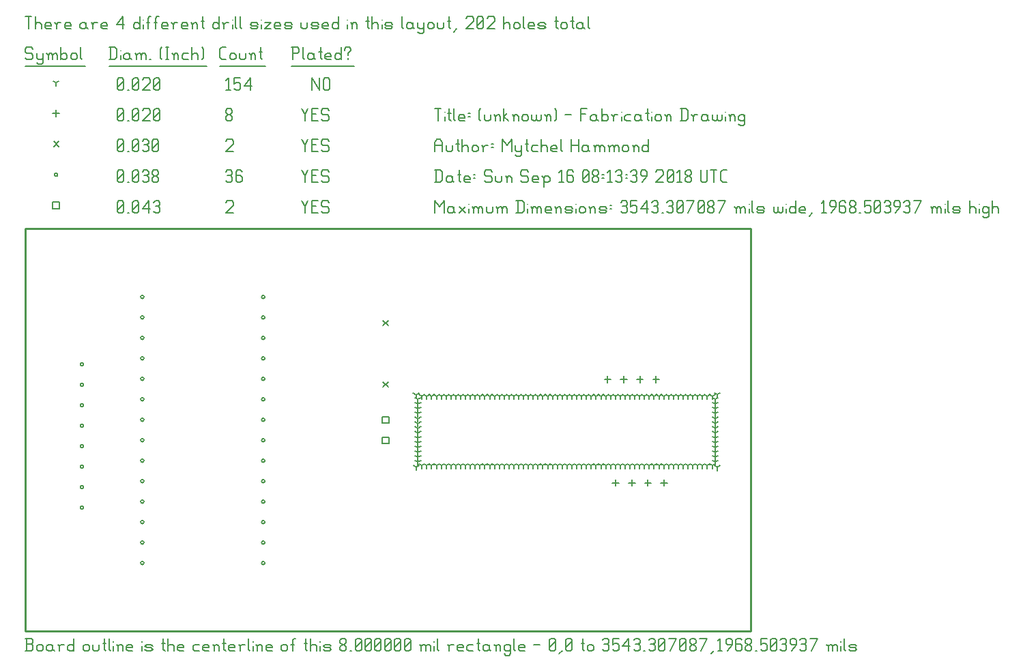
<source format=gbr>
G04 start of page 15 for group -3984 idx -3984 *
G04 Title: (unknown), fab *
G04 Creator: pcb 4.1.2 *
G04 CreationDate: Sun Sep 16 08:13:39 2018 UTC *
G04 For: mytch *
G04 Format: Gerber/RS-274X *
G04 PCB-Dimensions (mil): 3543.31 1968.50 *
G04 PCB-Coordinate-Origin: lower left *
%MOIN*%
%FSLAX25Y25*%
%LNFAB*%
%ADD74C,0.0100*%
%ADD73C,0.0075*%
%ADD72C,0.0060*%
%ADD71C,0.0080*%
G54D71*X174423Y94946D02*X177623D01*
X174423D02*Y91746D01*
X177623D01*
Y94946D02*Y91746D01*
X174423Y104946D02*X177623D01*
X174423D02*Y101746D01*
X177623D01*
Y104946D02*Y101746D01*
X13400Y209700D02*X16600D01*
X13400D02*Y206500D01*
X16600D01*
Y209700D02*Y206500D01*
G54D72*X135000Y210350D02*X136500Y207350D01*
X138000Y210350D01*
X136500Y207350D02*Y204350D01*
X139800Y207650D02*X142050D01*
X139800Y204350D02*X142800D01*
X139800Y210350D02*Y204350D01*
Y210350D02*X142800D01*
X147600D02*X148350Y209600D01*
X145350Y210350D02*X147600D01*
X144600Y209600D02*X145350Y210350D01*
X144600Y209600D02*Y208100D01*
X145350Y207350D01*
X147600D01*
X148350Y206600D01*
Y205100D01*
X147600Y204350D02*X148350Y205100D01*
X145350Y204350D02*X147600D01*
X144600Y205100D02*X145350Y204350D01*
X98000Y209600D02*X98750Y210350D01*
X101000D01*
X101750Y209600D01*
Y208100D01*
X98000Y204350D02*X101750Y208100D01*
X98000Y204350D02*X101750D01*
X45000Y205100D02*X45750Y204350D01*
X45000Y209600D02*Y205100D01*
Y209600D02*X45750Y210350D01*
X47250D01*
X48000Y209600D01*
Y205100D01*
X47250Y204350D02*X48000Y205100D01*
X45750Y204350D02*X47250D01*
X45000Y205850D02*X48000Y208850D01*
X49800Y204350D02*X50550D01*
X52350Y205100D02*X53100Y204350D01*
X52350Y209600D02*Y205100D01*
Y209600D02*X53100Y210350D01*
X54600D01*
X55350Y209600D01*
Y205100D01*
X54600Y204350D02*X55350Y205100D01*
X53100Y204350D02*X54600D01*
X52350Y205850D02*X55350Y208850D01*
X57150Y206600D02*X60150Y210350D01*
X57150Y206600D02*X60900D01*
X60150Y210350D02*Y204350D01*
X62700Y209600D02*X63450Y210350D01*
X64950D01*
X65700Y209600D01*
X64950Y204350D02*X65700Y205100D01*
X63450Y204350D02*X64950D01*
X62700Y205100D02*X63450Y204350D01*
Y207650D02*X64950D01*
X65700Y209600D02*Y208400D01*
Y206900D02*Y205100D01*
Y206900D02*X64950Y207650D01*
X65700Y208400D02*X64950Y207650D01*
X115342Y163386D02*G75*G03X116942Y163386I800J0D01*G01*
G75*G03X115342Y163386I-800J0D01*G01*
Y153386D02*G75*G03X116942Y153386I800J0D01*G01*
G75*G03X115342Y153386I-800J0D01*G01*
Y143386D02*G75*G03X116942Y143386I800J0D01*G01*
G75*G03X115342Y143386I-800J0D01*G01*
Y133386D02*G75*G03X116942Y133386I800J0D01*G01*
G75*G03X115342Y133386I-800J0D01*G01*
Y123386D02*G75*G03X116942Y123386I800J0D01*G01*
G75*G03X115342Y123386I-800J0D01*G01*
Y113386D02*G75*G03X116942Y113386I800J0D01*G01*
G75*G03X115342Y113386I-800J0D01*G01*
Y103386D02*G75*G03X116942Y103386I800J0D01*G01*
G75*G03X115342Y103386I-800J0D01*G01*
Y93386D02*G75*G03X116942Y93386I800J0D01*G01*
G75*G03X115342Y93386I-800J0D01*G01*
Y83386D02*G75*G03X116942Y83386I800J0D01*G01*
G75*G03X115342Y83386I-800J0D01*G01*
Y73386D02*G75*G03X116942Y73386I800J0D01*G01*
G75*G03X115342Y73386I-800J0D01*G01*
Y63386D02*G75*G03X116942Y63386I800J0D01*G01*
G75*G03X115342Y63386I-800J0D01*G01*
Y53386D02*G75*G03X116942Y53386I800J0D01*G01*
G75*G03X115342Y53386I-800J0D01*G01*
Y43386D02*G75*G03X116942Y43386I800J0D01*G01*
G75*G03X115342Y43386I-800J0D01*G01*
Y33386D02*G75*G03X116942Y33386I800J0D01*G01*
G75*G03X115342Y33386I-800J0D01*G01*
X56287Y163386D02*G75*G03X57887Y163386I800J0D01*G01*
G75*G03X56287Y163386I-800J0D01*G01*
Y153386D02*G75*G03X57887Y153386I800J0D01*G01*
G75*G03X56287Y153386I-800J0D01*G01*
Y143386D02*G75*G03X57887Y143386I800J0D01*G01*
G75*G03X56287Y143386I-800J0D01*G01*
Y133386D02*G75*G03X57887Y133386I800J0D01*G01*
G75*G03X56287Y133386I-800J0D01*G01*
Y123386D02*G75*G03X57887Y123386I800J0D01*G01*
G75*G03X56287Y123386I-800J0D01*G01*
Y113386D02*G75*G03X57887Y113386I800J0D01*G01*
G75*G03X56287Y113386I-800J0D01*G01*
Y103386D02*G75*G03X57887Y103386I800J0D01*G01*
G75*G03X56287Y103386I-800J0D01*G01*
Y93386D02*G75*G03X57887Y93386I800J0D01*G01*
G75*G03X56287Y93386I-800J0D01*G01*
Y83386D02*G75*G03X57887Y83386I800J0D01*G01*
G75*G03X56287Y83386I-800J0D01*G01*
Y73386D02*G75*G03X57887Y73386I800J0D01*G01*
G75*G03X56287Y73386I-800J0D01*G01*
Y63386D02*G75*G03X57887Y63386I800J0D01*G01*
G75*G03X56287Y63386I-800J0D01*G01*
Y53386D02*G75*G03X57887Y53386I800J0D01*G01*
G75*G03X56287Y53386I-800J0D01*G01*
Y43386D02*G75*G03X57887Y43386I800J0D01*G01*
G75*G03X56287Y43386I-800J0D01*G01*
Y33386D02*G75*G03X57887Y33386I800J0D01*G01*
G75*G03X56287Y33386I-800J0D01*G01*
X26759Y130394D02*G75*G03X28359Y130394I800J0D01*G01*
G75*G03X26759Y130394I-800J0D01*G01*
Y120394D02*G75*G03X28359Y120394I800J0D01*G01*
G75*G03X26759Y120394I-800J0D01*G01*
Y110394D02*G75*G03X28359Y110394I800J0D01*G01*
G75*G03X26759Y110394I-800J0D01*G01*
Y100394D02*G75*G03X28359Y100394I800J0D01*G01*
G75*G03X26759Y100394I-800J0D01*G01*
Y90394D02*G75*G03X28359Y90394I800J0D01*G01*
G75*G03X26759Y90394I-800J0D01*G01*
Y80394D02*G75*G03X28359Y80394I800J0D01*G01*
G75*G03X26759Y80394I-800J0D01*G01*
Y70394D02*G75*G03X28359Y70394I800J0D01*G01*
G75*G03X26759Y70394I-800J0D01*G01*
Y60394D02*G75*G03X28359Y60394I800J0D01*G01*
G75*G03X26759Y60394I-800J0D01*G01*
X14200Y223100D02*G75*G03X15800Y223100I800J0D01*G01*
G75*G03X14200Y223100I-800J0D01*G01*
X135000Y225350D02*X136500Y222350D01*
X138000Y225350D01*
X136500Y222350D02*Y219350D01*
X139800Y222650D02*X142050D01*
X139800Y219350D02*X142800D01*
X139800Y225350D02*Y219350D01*
Y225350D02*X142800D01*
X147600D02*X148350Y224600D01*
X145350Y225350D02*X147600D01*
X144600Y224600D02*X145350Y225350D01*
X144600Y224600D02*Y223100D01*
X145350Y222350D01*
X147600D01*
X148350Y221600D01*
Y220100D01*
X147600Y219350D02*X148350Y220100D01*
X145350Y219350D02*X147600D01*
X144600Y220100D02*X145350Y219350D01*
X98000Y224600D02*X98750Y225350D01*
X100250D01*
X101000Y224600D01*
X100250Y219350D02*X101000Y220100D01*
X98750Y219350D02*X100250D01*
X98000Y220100D02*X98750Y219350D01*
Y222650D02*X100250D01*
X101000Y224600D02*Y223400D01*
Y221900D02*Y220100D01*
Y221900D02*X100250Y222650D01*
X101000Y223400D02*X100250Y222650D01*
X105050Y225350D02*X105800Y224600D01*
X103550Y225350D02*X105050D01*
X102800Y224600D02*X103550Y225350D01*
X102800Y224600D02*Y220100D01*
X103550Y219350D01*
X105050Y222650D02*X105800Y221900D01*
X102800Y222650D02*X105050D01*
X103550Y219350D02*X105050D01*
X105800Y220100D01*
Y221900D02*Y220100D01*
X45000D02*X45750Y219350D01*
X45000Y224600D02*Y220100D01*
Y224600D02*X45750Y225350D01*
X47250D01*
X48000Y224600D01*
Y220100D01*
X47250Y219350D02*X48000Y220100D01*
X45750Y219350D02*X47250D01*
X45000Y220850D02*X48000Y223850D01*
X49800Y219350D02*X50550D01*
X52350Y220100D02*X53100Y219350D01*
X52350Y224600D02*Y220100D01*
Y224600D02*X53100Y225350D01*
X54600D01*
X55350Y224600D01*
Y220100D01*
X54600Y219350D02*X55350Y220100D01*
X53100Y219350D02*X54600D01*
X52350Y220850D02*X55350Y223850D01*
X57150Y224600D02*X57900Y225350D01*
X59400D01*
X60150Y224600D01*
X59400Y219350D02*X60150Y220100D01*
X57900Y219350D02*X59400D01*
X57150Y220100D02*X57900Y219350D01*
Y222650D02*X59400D01*
X60150Y224600D02*Y223400D01*
Y221900D02*Y220100D01*
Y221900D02*X59400Y222650D01*
X60150Y223400D02*X59400Y222650D01*
X61950Y220100D02*X62700Y219350D01*
X61950Y221300D02*Y220100D01*
Y221300D02*X63000Y222350D01*
X63900D01*
X64950Y221300D01*
Y220100D01*
X64200Y219350D02*X64950Y220100D01*
X62700Y219350D02*X64200D01*
X61950Y223400D02*X63000Y222350D01*
X61950Y224600D02*Y223400D01*
Y224600D02*X62700Y225350D01*
X64200D01*
X64950Y224600D01*
Y223400D01*
X63900Y222350D02*X64950Y223400D01*
X174745Y121790D02*X177145Y119390D01*
X174745D02*X177145Y121790D01*
X174745Y151790D02*X177145Y149390D01*
X174745D02*X177145Y151790D01*
X13800Y239300D02*X16200Y236900D01*
X13800D02*X16200Y239300D01*
X135000Y240350D02*X136500Y237350D01*
X138000Y240350D01*
X136500Y237350D02*Y234350D01*
X139800Y237650D02*X142050D01*
X139800Y234350D02*X142800D01*
X139800Y240350D02*Y234350D01*
Y240350D02*X142800D01*
X147600D02*X148350Y239600D01*
X145350Y240350D02*X147600D01*
X144600Y239600D02*X145350Y240350D01*
X144600Y239600D02*Y238100D01*
X145350Y237350D01*
X147600D01*
X148350Y236600D01*
Y235100D01*
X147600Y234350D02*X148350Y235100D01*
X145350Y234350D02*X147600D01*
X144600Y235100D02*X145350Y234350D01*
X98000Y239600D02*X98750Y240350D01*
X101000D01*
X101750Y239600D01*
Y238100D01*
X98000Y234350D02*X101750Y238100D01*
X98000Y234350D02*X101750D01*
X45000Y235100D02*X45750Y234350D01*
X45000Y239600D02*Y235100D01*
Y239600D02*X45750Y240350D01*
X47250D01*
X48000Y239600D01*
Y235100D01*
X47250Y234350D02*X48000Y235100D01*
X45750Y234350D02*X47250D01*
X45000Y235850D02*X48000Y238850D01*
X49800Y234350D02*X50550D01*
X52350Y235100D02*X53100Y234350D01*
X52350Y239600D02*Y235100D01*
Y239600D02*X53100Y240350D01*
X54600D01*
X55350Y239600D01*
Y235100D01*
X54600Y234350D02*X55350Y235100D01*
X53100Y234350D02*X54600D01*
X52350Y235850D02*X55350Y238850D01*
X57150Y239600D02*X57900Y240350D01*
X59400D01*
X60150Y239600D01*
X59400Y234350D02*X60150Y235100D01*
X57900Y234350D02*X59400D01*
X57150Y235100D02*X57900Y234350D01*
Y237650D02*X59400D01*
X60150Y239600D02*Y238400D01*
Y236900D02*Y235100D01*
Y236900D02*X59400Y237650D01*
X60150Y238400D02*X59400Y237650D01*
X61950Y235100D02*X62700Y234350D01*
X61950Y239600D02*Y235100D01*
Y239600D02*X62700Y240350D01*
X64200D01*
X64950Y239600D01*
Y235100D01*
X64200Y234350D02*X64950Y235100D01*
X62700Y234350D02*X64200D01*
X61950Y235850D02*X64950Y238850D01*
X284410Y124789D02*Y121589D01*
X282810Y123189D02*X286010D01*
X292284Y124789D02*Y121589D01*
X290684Y123189D02*X293884D01*
X300158Y124789D02*Y121589D01*
X298558Y123189D02*X301758D01*
X308032Y124789D02*Y121589D01*
X306432Y123189D02*X309632D01*
X288347Y74198D02*Y70998D01*
X286747Y72598D02*X289947D01*
X296221Y74198D02*Y70998D01*
X294621Y72598D02*X297821D01*
X304095Y74198D02*Y70998D01*
X302495Y72598D02*X305695D01*
X311969Y74198D02*Y70998D01*
X310369Y72598D02*X313569D01*
X190866Y80276D02*Y78676D01*
Y80276D02*X192253Y81076D01*
X190866Y80276D02*X189479Y81076D01*
X190787Y115551D02*Y113951D01*
Y115551D02*X192174Y116351D01*
X190787Y115551D02*X189401Y116351D01*
X337913Y115669D02*Y114069D01*
Y115669D02*X339300Y116469D01*
X337913Y115669D02*X336527Y116469D01*
X337953Y80197D02*Y78597D01*
Y80197D02*X339339Y80997D01*
X337953Y80197D02*X336566Y80997D01*
X191732Y108661D02*Y107061D01*
Y108661D02*X193119Y109461D01*
X191732Y108661D02*X190346Y109461D01*
X191732Y106299D02*Y104699D01*
Y106299D02*X193119Y107099D01*
X191732Y106299D02*X190346Y107099D01*
X191732Y103937D02*Y102337D01*
Y103937D02*X193119Y104737D01*
X191732Y103937D02*X190346Y104737D01*
X191732Y101575D02*Y99975D01*
Y101575D02*X193119Y102375D01*
X191732Y101575D02*X190346Y102375D01*
X191732Y99213D02*Y97613D01*
Y99213D02*X193119Y100013D01*
X191732Y99213D02*X190346Y100013D01*
X191732Y96850D02*Y95250D01*
Y96850D02*X193119Y97650D01*
X191732Y96850D02*X190346Y97650D01*
X191732Y94488D02*Y92888D01*
Y94488D02*X193119Y95288D01*
X191732Y94488D02*X190346Y95288D01*
X191732Y92126D02*Y90526D01*
Y92126D02*X193119Y92926D01*
X191732Y92126D02*X190346Y92926D01*
X191732Y89764D02*Y88164D01*
Y89764D02*X193119Y90564D01*
X191732Y89764D02*X190346Y90564D01*
X191732Y87402D02*Y85802D01*
Y87402D02*X193119Y88202D01*
X191732Y87402D02*X190346Y88202D01*
X191732Y85039D02*Y83439D01*
Y85039D02*X193119Y85839D01*
X191732Y85039D02*X190346Y85839D01*
X191732Y82677D02*Y81077D01*
Y82677D02*X193119Y83477D01*
X191732Y82677D02*X190346Y83477D01*
X191732Y111024D02*Y109424D01*
Y111024D02*X193119Y111824D01*
X191732Y111024D02*X190346Y111824D01*
X191732Y113386D02*Y111786D01*
Y113386D02*X193119Y114186D01*
X191732Y113386D02*X190346Y114186D01*
X337008Y108661D02*Y107061D01*
Y108661D02*X338395Y109461D01*
X337008Y108661D02*X335621Y109461D01*
X337008Y106299D02*Y104699D01*
Y106299D02*X338395Y107099D01*
X337008Y106299D02*X335621Y107099D01*
X337008Y103937D02*Y102337D01*
Y103937D02*X338395Y104737D01*
X337008Y103937D02*X335621Y104737D01*
X337008Y101575D02*Y99975D01*
Y101575D02*X338395Y102375D01*
X337008Y101575D02*X335621Y102375D01*
X337008Y99213D02*Y97613D01*
Y99213D02*X338395Y100013D01*
X337008Y99213D02*X335621Y100013D01*
X337008Y96850D02*Y95250D01*
Y96850D02*X338395Y97650D01*
X337008Y96850D02*X335621Y97650D01*
X337008Y94488D02*Y92888D01*
Y94488D02*X338395Y95288D01*
X337008Y94488D02*X335621Y95288D01*
X337008Y92126D02*Y90526D01*
Y92126D02*X338395Y92926D01*
X337008Y92126D02*X335621Y92926D01*
X337008Y89764D02*Y88164D01*
Y89764D02*X338395Y90564D01*
X337008Y89764D02*X335621Y90564D01*
X337008Y87402D02*Y85802D01*
Y87402D02*X338395Y88202D01*
X337008Y87402D02*X335621Y88202D01*
X337008Y85039D02*Y83439D01*
Y85039D02*X338395Y85839D01*
X337008Y85039D02*X335621Y85839D01*
X337008Y82677D02*Y81077D01*
Y82677D02*X338395Y83477D01*
X337008Y82677D02*X335621Y83477D01*
X337008Y111024D02*Y109424D01*
Y111024D02*X338395Y111824D01*
X337008Y111024D02*X335621Y111824D01*
X337008Y113386D02*Y111786D01*
Y113386D02*X338395Y114186D01*
X337008Y113386D02*X335621Y114186D01*
X335433Y81102D02*Y79502D01*
Y81102D02*X336820Y81902D01*
X335433Y81102D02*X334046Y81902D01*
X333071Y81102D02*Y79502D01*
Y81102D02*X334458Y81902D01*
X333071Y81102D02*X331684Y81902D01*
X330709Y81102D02*Y79502D01*
Y81102D02*X332095Y81902D01*
X330709Y81102D02*X329322Y81902D01*
X328346Y81102D02*Y79502D01*
Y81102D02*X329733Y81902D01*
X328346Y81102D02*X326960Y81902D01*
X325984Y81102D02*Y79502D01*
Y81102D02*X327371Y81902D01*
X325984Y81102D02*X324598Y81902D01*
X323622Y81102D02*Y79502D01*
Y81102D02*X325009Y81902D01*
X323622Y81102D02*X322235Y81902D01*
X321260Y81102D02*Y79502D01*
Y81102D02*X322647Y81902D01*
X321260Y81102D02*X319873Y81902D01*
X318898Y81102D02*Y79502D01*
Y81102D02*X320284Y81902D01*
X318898Y81102D02*X317511Y81902D01*
X316535Y81102D02*Y79502D01*
Y81102D02*X317922Y81902D01*
X316535Y81102D02*X315149Y81902D01*
X314173Y81102D02*Y79502D01*
Y81102D02*X315560Y81902D01*
X314173Y81102D02*X312787Y81902D01*
X311811Y81102D02*Y79502D01*
Y81102D02*X313198Y81902D01*
X311811Y81102D02*X310424Y81902D01*
X309449Y81102D02*Y79502D01*
Y81102D02*X310835Y81902D01*
X309449Y81102D02*X308062Y81902D01*
X307087Y81102D02*Y79502D01*
Y81102D02*X308473Y81902D01*
X307087Y81102D02*X305700Y81902D01*
X304724Y81102D02*Y79502D01*
Y81102D02*X306111Y81902D01*
X304724Y81102D02*X303338Y81902D01*
X302362Y81102D02*Y79502D01*
Y81102D02*X303749Y81902D01*
X302362Y81102D02*X300976Y81902D01*
X300000Y81102D02*Y79502D01*
Y81102D02*X301387Y81902D01*
X300000Y81102D02*X298613Y81902D01*
X297638Y81102D02*Y79502D01*
Y81102D02*X299024Y81902D01*
X297638Y81102D02*X296251Y81902D01*
X295276Y81102D02*Y79502D01*
Y81102D02*X296662Y81902D01*
X295276Y81102D02*X293889Y81902D01*
X292913Y81102D02*Y79502D01*
Y81102D02*X294300Y81902D01*
X292913Y81102D02*X291527Y81902D01*
X290551Y81102D02*Y79502D01*
Y81102D02*X291938Y81902D01*
X290551Y81102D02*X289165Y81902D01*
X288189Y81102D02*Y79502D01*
Y81102D02*X289576Y81902D01*
X288189Y81102D02*X286802Y81902D01*
X285827Y81102D02*Y79502D01*
Y81102D02*X287213Y81902D01*
X285827Y81102D02*X284440Y81902D01*
X283465Y81102D02*Y79502D01*
Y81102D02*X284851Y81902D01*
X283465Y81102D02*X282078Y81902D01*
X281102Y81102D02*Y79502D01*
Y81102D02*X282489Y81902D01*
X281102Y81102D02*X279716Y81902D01*
X278740Y81102D02*Y79502D01*
Y81102D02*X280127Y81902D01*
X278740Y81102D02*X277353Y81902D01*
X276378Y81102D02*Y79502D01*
Y81102D02*X277765Y81902D01*
X276378Y81102D02*X274991Y81902D01*
X274016Y81102D02*Y79502D01*
Y81102D02*X275402Y81902D01*
X274016Y81102D02*X272629Y81902D01*
X271654Y81102D02*Y79502D01*
Y81102D02*X273040Y81902D01*
X271654Y81102D02*X270267Y81902D01*
X269291Y81102D02*Y79502D01*
Y81102D02*X270678Y81902D01*
X269291Y81102D02*X267905Y81902D01*
X266929Y81102D02*Y79502D01*
Y81102D02*X268316Y81902D01*
X266929Y81102D02*X265542Y81902D01*
X264567Y81102D02*Y79502D01*
Y81102D02*X265954Y81902D01*
X264567Y81102D02*X263180Y81902D01*
X262205Y81102D02*Y79502D01*
Y81102D02*X263591Y81902D01*
X262205Y81102D02*X260818Y81902D01*
X259843Y81102D02*Y79502D01*
Y81102D02*X261229Y81902D01*
X259843Y81102D02*X258456Y81902D01*
X257480Y81102D02*Y79502D01*
Y81102D02*X258867Y81902D01*
X257480Y81102D02*X256094Y81902D01*
X255118Y81102D02*Y79502D01*
Y81102D02*X256505Y81902D01*
X255118Y81102D02*X253731Y81902D01*
X252756Y81102D02*Y79502D01*
Y81102D02*X254143Y81902D01*
X252756Y81102D02*X251369Y81902D01*
X250394Y81102D02*Y79502D01*
Y81102D02*X251780Y81902D01*
X250394Y81102D02*X249007Y81902D01*
X248031Y81102D02*Y79502D01*
Y81102D02*X249418Y81902D01*
X248031Y81102D02*X246645Y81902D01*
X245669Y81102D02*Y79502D01*
Y81102D02*X247056Y81902D01*
X245669Y81102D02*X244283Y81902D01*
X243307Y81102D02*Y79502D01*
Y81102D02*X244694Y81902D01*
X243307Y81102D02*X241920Y81902D01*
X240945Y81102D02*Y79502D01*
Y81102D02*X242332Y81902D01*
X240945Y81102D02*X239558Y81902D01*
X238583Y81102D02*Y79502D01*
Y81102D02*X239969Y81902D01*
X238583Y81102D02*X237196Y81902D01*
X236220Y81102D02*Y79502D01*
Y81102D02*X237607Y81902D01*
X236220Y81102D02*X234834Y81902D01*
X233858Y81102D02*Y79502D01*
Y81102D02*X235245Y81902D01*
X233858Y81102D02*X232472Y81902D01*
X231496Y81102D02*Y79502D01*
Y81102D02*X232883Y81902D01*
X231496Y81102D02*X230109Y81902D01*
X229134Y81102D02*Y79502D01*
Y81102D02*X230521Y81902D01*
X229134Y81102D02*X227747Y81902D01*
X226772Y81102D02*Y79502D01*
Y81102D02*X228158Y81902D01*
X226772Y81102D02*X225385Y81902D01*
X224409Y81102D02*Y79502D01*
Y81102D02*X225796Y81902D01*
X224409Y81102D02*X223023Y81902D01*
X222047Y81102D02*Y79502D01*
Y81102D02*X223434Y81902D01*
X222047Y81102D02*X220661Y81902D01*
X219685Y81102D02*Y79502D01*
Y81102D02*X221072Y81902D01*
X219685Y81102D02*X218298Y81902D01*
X217323Y81102D02*Y79502D01*
Y81102D02*X218709Y81902D01*
X217323Y81102D02*X215936Y81902D01*
X214961Y81102D02*Y79502D01*
Y81102D02*X216347Y81902D01*
X214961Y81102D02*X213574Y81902D01*
X212598Y81102D02*Y79502D01*
Y81102D02*X213985Y81902D01*
X212598Y81102D02*X211212Y81902D01*
X210236Y81102D02*Y79502D01*
Y81102D02*X211623Y81902D01*
X210236Y81102D02*X208850Y81902D01*
X207874Y81102D02*Y79502D01*
Y81102D02*X209261Y81902D01*
X207874Y81102D02*X206487Y81902D01*
X205512Y81102D02*Y79502D01*
Y81102D02*X206898Y81902D01*
X205512Y81102D02*X204125Y81902D01*
X203150Y81102D02*Y79502D01*
Y81102D02*X204536Y81902D01*
X203150Y81102D02*X201763Y81902D01*
X200787Y81102D02*Y79502D01*
Y81102D02*X202174Y81902D01*
X200787Y81102D02*X199401Y81902D01*
X198425Y81102D02*Y79502D01*
Y81102D02*X199812Y81902D01*
X198425Y81102D02*X197039Y81902D01*
X196063Y81102D02*Y79502D01*
Y81102D02*X197450Y81902D01*
X196063Y81102D02*X194676Y81902D01*
X193701Y81102D02*Y79502D01*
Y81102D02*X195087Y81902D01*
X193701Y81102D02*X192314Y81902D01*
X335433Y114961D02*Y113361D01*
Y114961D02*X336820Y115761D01*
X335433Y114961D02*X334046Y115761D01*
X333071Y114961D02*Y113361D01*
Y114961D02*X334458Y115761D01*
X333071Y114961D02*X331684Y115761D01*
X330709Y114961D02*Y113361D01*
Y114961D02*X332095Y115761D01*
X330709Y114961D02*X329322Y115761D01*
X328346Y114961D02*Y113361D01*
Y114961D02*X329733Y115761D01*
X328346Y114961D02*X326960Y115761D01*
X325984Y114961D02*Y113361D01*
Y114961D02*X327371Y115761D01*
X325984Y114961D02*X324598Y115761D01*
X323622Y114961D02*Y113361D01*
Y114961D02*X325009Y115761D01*
X323622Y114961D02*X322235Y115761D01*
X321260Y114961D02*Y113361D01*
Y114961D02*X322647Y115761D01*
X321260Y114961D02*X319873Y115761D01*
X318898Y114961D02*Y113361D01*
Y114961D02*X320284Y115761D01*
X318898Y114961D02*X317511Y115761D01*
X316535Y114961D02*Y113361D01*
Y114961D02*X317922Y115761D01*
X316535Y114961D02*X315149Y115761D01*
X314173Y114961D02*Y113361D01*
Y114961D02*X315560Y115761D01*
X314173Y114961D02*X312787Y115761D01*
X311811Y114961D02*Y113361D01*
Y114961D02*X313198Y115761D01*
X311811Y114961D02*X310424Y115761D01*
X309449Y114961D02*Y113361D01*
Y114961D02*X310835Y115761D01*
X309449Y114961D02*X308062Y115761D01*
X307087Y114961D02*Y113361D01*
Y114961D02*X308473Y115761D01*
X307087Y114961D02*X305700Y115761D01*
X304724Y114961D02*Y113361D01*
Y114961D02*X306111Y115761D01*
X304724Y114961D02*X303338Y115761D01*
X302362Y114961D02*Y113361D01*
Y114961D02*X303749Y115761D01*
X302362Y114961D02*X300976Y115761D01*
X300000Y114961D02*Y113361D01*
Y114961D02*X301387Y115761D01*
X300000Y114961D02*X298613Y115761D01*
X297638Y114961D02*Y113361D01*
Y114961D02*X299024Y115761D01*
X297638Y114961D02*X296251Y115761D01*
X295276Y114961D02*Y113361D01*
Y114961D02*X296662Y115761D01*
X295276Y114961D02*X293889Y115761D01*
X292913Y114961D02*Y113361D01*
Y114961D02*X294300Y115761D01*
X292913Y114961D02*X291527Y115761D01*
X290551Y114961D02*Y113361D01*
Y114961D02*X291938Y115761D01*
X290551Y114961D02*X289165Y115761D01*
X288189Y114961D02*Y113361D01*
Y114961D02*X289576Y115761D01*
X288189Y114961D02*X286802Y115761D01*
X285827Y114961D02*Y113361D01*
Y114961D02*X287213Y115761D01*
X285827Y114961D02*X284440Y115761D01*
X283465Y114961D02*Y113361D01*
Y114961D02*X284851Y115761D01*
X283465Y114961D02*X282078Y115761D01*
X281102Y114961D02*Y113361D01*
Y114961D02*X282489Y115761D01*
X281102Y114961D02*X279716Y115761D01*
X278740Y114961D02*Y113361D01*
Y114961D02*X280127Y115761D01*
X278740Y114961D02*X277353Y115761D01*
X276378Y114961D02*Y113361D01*
Y114961D02*X277765Y115761D01*
X276378Y114961D02*X274991Y115761D01*
X274016Y114961D02*Y113361D01*
Y114961D02*X275402Y115761D01*
X274016Y114961D02*X272629Y115761D01*
X271654Y114961D02*Y113361D01*
Y114961D02*X273040Y115761D01*
X271654Y114961D02*X270267Y115761D01*
X269291Y114961D02*Y113361D01*
Y114961D02*X270678Y115761D01*
X269291Y114961D02*X267905Y115761D01*
X266929Y114961D02*Y113361D01*
Y114961D02*X268316Y115761D01*
X266929Y114961D02*X265542Y115761D01*
X264567Y114961D02*Y113361D01*
Y114961D02*X265954Y115761D01*
X264567Y114961D02*X263180Y115761D01*
X262205Y114961D02*Y113361D01*
Y114961D02*X263591Y115761D01*
X262205Y114961D02*X260818Y115761D01*
X259843Y114961D02*Y113361D01*
Y114961D02*X261229Y115761D01*
X259843Y114961D02*X258456Y115761D01*
X257480Y114961D02*Y113361D01*
Y114961D02*X258867Y115761D01*
X257480Y114961D02*X256094Y115761D01*
X255118Y114961D02*Y113361D01*
Y114961D02*X256505Y115761D01*
X255118Y114961D02*X253731Y115761D01*
X252756Y114961D02*Y113361D01*
Y114961D02*X254143Y115761D01*
X252756Y114961D02*X251369Y115761D01*
X250394Y114961D02*Y113361D01*
Y114961D02*X251780Y115761D01*
X250394Y114961D02*X249007Y115761D01*
X248031Y114961D02*Y113361D01*
Y114961D02*X249418Y115761D01*
X248031Y114961D02*X246645Y115761D01*
X245669Y114961D02*Y113361D01*
Y114961D02*X247056Y115761D01*
X245669Y114961D02*X244283Y115761D01*
X243307Y114961D02*Y113361D01*
Y114961D02*X244694Y115761D01*
X243307Y114961D02*X241920Y115761D01*
X240945Y114961D02*Y113361D01*
Y114961D02*X242332Y115761D01*
X240945Y114961D02*X239558Y115761D01*
X238583Y114961D02*Y113361D01*
Y114961D02*X239969Y115761D01*
X238583Y114961D02*X237196Y115761D01*
X236220Y114961D02*Y113361D01*
Y114961D02*X237607Y115761D01*
X236220Y114961D02*X234834Y115761D01*
X233858Y114961D02*Y113361D01*
Y114961D02*X235245Y115761D01*
X233858Y114961D02*X232472Y115761D01*
X231496Y114961D02*Y113361D01*
Y114961D02*X232883Y115761D01*
X231496Y114961D02*X230109Y115761D01*
X229134Y114961D02*Y113361D01*
Y114961D02*X230521Y115761D01*
X229134Y114961D02*X227747Y115761D01*
X226772Y114961D02*Y113361D01*
Y114961D02*X228158Y115761D01*
X226772Y114961D02*X225385Y115761D01*
X224409Y114961D02*Y113361D01*
Y114961D02*X225796Y115761D01*
X224409Y114961D02*X223023Y115761D01*
X222047Y114961D02*Y113361D01*
Y114961D02*X223434Y115761D01*
X222047Y114961D02*X220661Y115761D01*
X219685Y114961D02*Y113361D01*
Y114961D02*X221072Y115761D01*
X219685Y114961D02*X218298Y115761D01*
X217323Y114961D02*Y113361D01*
Y114961D02*X218709Y115761D01*
X217323Y114961D02*X215936Y115761D01*
X214961Y114961D02*Y113361D01*
Y114961D02*X216347Y115761D01*
X214961Y114961D02*X213574Y115761D01*
X212598Y114961D02*Y113361D01*
Y114961D02*X213985Y115761D01*
X212598Y114961D02*X211212Y115761D01*
X210236Y114961D02*Y113361D01*
Y114961D02*X211623Y115761D01*
X210236Y114961D02*X208850Y115761D01*
X207874Y114961D02*Y113361D01*
Y114961D02*X209261Y115761D01*
X207874Y114961D02*X206487Y115761D01*
X205512Y114961D02*Y113361D01*
Y114961D02*X206898Y115761D01*
X205512Y114961D02*X204125Y115761D01*
X203150Y114961D02*Y113361D01*
Y114961D02*X204536Y115761D01*
X203150Y114961D02*X201763Y115761D01*
X200787Y114961D02*Y113361D01*
Y114961D02*X202174Y115761D01*
X200787Y114961D02*X199401Y115761D01*
X198425Y114961D02*Y113361D01*
Y114961D02*X199812Y115761D01*
X198425Y114961D02*X197039Y115761D01*
X196063Y114961D02*Y113361D01*
Y114961D02*X197450Y115761D01*
X196063Y114961D02*X194676Y115761D01*
X193701Y114961D02*Y113361D01*
Y114961D02*X195087Y115761D01*
X193701Y114961D02*X192314Y115761D01*
X15000Y254700D02*Y251500D01*
X13400Y253100D02*X16600D01*
X135000Y255350D02*X136500Y252350D01*
X138000Y255350D01*
X136500Y252350D02*Y249350D01*
X139800Y252650D02*X142050D01*
X139800Y249350D02*X142800D01*
X139800Y255350D02*Y249350D01*
Y255350D02*X142800D01*
X147600D02*X148350Y254600D01*
X145350Y255350D02*X147600D01*
X144600Y254600D02*X145350Y255350D01*
X144600Y254600D02*Y253100D01*
X145350Y252350D01*
X147600D01*
X148350Y251600D01*
Y250100D01*
X147600Y249350D02*X148350Y250100D01*
X145350Y249350D02*X147600D01*
X144600Y250100D02*X145350Y249350D01*
X98000Y250100D02*X98750Y249350D01*
X98000Y251300D02*Y250100D01*
Y251300D02*X99050Y252350D01*
X99950D01*
X101000Y251300D01*
Y250100D01*
X100250Y249350D02*X101000Y250100D01*
X98750Y249350D02*X100250D01*
X98000Y253400D02*X99050Y252350D01*
X98000Y254600D02*Y253400D01*
Y254600D02*X98750Y255350D01*
X100250D01*
X101000Y254600D01*
Y253400D01*
X99950Y252350D02*X101000Y253400D01*
X15000Y268100D02*Y266500D01*
Y268100D02*X16387Y268900D01*
X15000Y268100D02*X13613Y268900D01*
X140000Y270350D02*Y264350D01*
Y270350D02*X143750Y264350D01*
Y270350D02*Y264350D01*
X145550Y269600D02*Y265100D01*
Y269600D02*X146300Y270350D01*
X147800D01*
X148550Y269600D01*
Y265100D01*
X147800Y264350D02*X148550Y265100D01*
X146300Y264350D02*X147800D01*
X145550Y265100D02*X146300Y264350D01*
X98000Y269150D02*X99200Y270350D01*
Y264350D01*
X98000D02*X100250D01*
X102050Y270350D02*X105050D01*
X102050D02*Y267350D01*
X102800Y268100D01*
X104300D01*
X105050Y267350D01*
Y265100D01*
X104300Y264350D02*X105050Y265100D01*
X102800Y264350D02*X104300D01*
X102050Y265100D02*X102800Y264350D01*
X106850Y266600D02*X109850Y270350D01*
X106850Y266600D02*X110600D01*
X109850Y270350D02*Y264350D01*
X45000Y265100D02*X45750Y264350D01*
X45000Y269600D02*Y265100D01*
Y269600D02*X45750Y270350D01*
X47250D01*
X48000Y269600D01*
Y265100D01*
X47250Y264350D02*X48000Y265100D01*
X45750Y264350D02*X47250D01*
X45000Y265850D02*X48000Y268850D01*
X49800Y264350D02*X50550D01*
X52350Y265100D02*X53100Y264350D01*
X52350Y269600D02*Y265100D01*
Y269600D02*X53100Y270350D01*
X54600D01*
X55350Y269600D01*
Y265100D01*
X54600Y264350D02*X55350Y265100D01*
X53100Y264350D02*X54600D01*
X52350Y265850D02*X55350Y268850D01*
X57150Y269600D02*X57900Y270350D01*
X60150D01*
X60900Y269600D01*
Y268100D01*
X57150Y264350D02*X60900Y268100D01*
X57150Y264350D02*X60900D01*
X62700Y265100D02*X63450Y264350D01*
X62700Y269600D02*Y265100D01*
Y269600D02*X63450Y270350D01*
X64950D01*
X65700Y269600D01*
Y265100D01*
X64950Y264350D02*X65700Y265100D01*
X63450Y264350D02*X64950D01*
X62700Y265850D02*X65700Y268850D01*
X45000Y250100D02*X45750Y249350D01*
X45000Y254600D02*Y250100D01*
Y254600D02*X45750Y255350D01*
X47250D01*
X48000Y254600D01*
Y250100D01*
X47250Y249350D02*X48000Y250100D01*
X45750Y249350D02*X47250D01*
X45000Y250850D02*X48000Y253850D01*
X49800Y249350D02*X50550D01*
X52350Y250100D02*X53100Y249350D01*
X52350Y254600D02*Y250100D01*
Y254600D02*X53100Y255350D01*
X54600D01*
X55350Y254600D01*
Y250100D01*
X54600Y249350D02*X55350Y250100D01*
X53100Y249350D02*X54600D01*
X52350Y250850D02*X55350Y253850D01*
X57150Y254600D02*X57900Y255350D01*
X60150D01*
X60900Y254600D01*
Y253100D01*
X57150Y249350D02*X60900Y253100D01*
X57150Y249350D02*X60900D01*
X62700Y250100D02*X63450Y249350D01*
X62700Y254600D02*Y250100D01*
Y254600D02*X63450Y255350D01*
X64950D01*
X65700Y254600D01*
Y250100D01*
X64950Y249350D02*X65700Y250100D01*
X63450Y249350D02*X64950D01*
X62700Y250850D02*X65700Y253850D01*
X3000Y285350D02*X3750Y284600D01*
X750Y285350D02*X3000D01*
X0Y284600D02*X750Y285350D01*
X0Y284600D02*Y283100D01*
X750Y282350D01*
X3000D01*
X3750Y281600D01*
Y280100D01*
X3000Y279350D02*X3750Y280100D01*
X750Y279350D02*X3000D01*
X0Y280100D02*X750Y279350D01*
X5550Y282350D02*Y280100D01*
X6300Y279350D01*
X8550Y282350D02*Y277850D01*
X7800Y277100D02*X8550Y277850D01*
X6300Y277100D02*X7800D01*
X5550Y277850D02*X6300Y277100D01*
Y279350D02*X7800D01*
X8550Y280100D01*
X11100Y281600D02*Y279350D01*
Y281600D02*X11850Y282350D01*
X12600D01*
X13350Y281600D01*
Y279350D01*
Y281600D02*X14100Y282350D01*
X14850D01*
X15600Y281600D01*
Y279350D01*
X10350Y282350D02*X11100Y281600D01*
X17400Y285350D02*Y279350D01*
Y280100D02*X18150Y279350D01*
X19650D01*
X20400Y280100D01*
Y281600D02*Y280100D01*
X19650Y282350D02*X20400Y281600D01*
X18150Y282350D02*X19650D01*
X17400Y281600D02*X18150Y282350D01*
X22200Y281600D02*Y280100D01*
Y281600D02*X22950Y282350D01*
X24450D01*
X25200Y281600D01*
Y280100D01*
X24450Y279350D02*X25200Y280100D01*
X22950Y279350D02*X24450D01*
X22200Y280100D02*X22950Y279350D01*
X27000Y285350D02*Y280100D01*
X27750Y279350D01*
X0Y276100D02*X29250D01*
X41750Y285350D02*Y279350D01*
X43700Y285350D02*X44750Y284300D01*
Y280400D01*
X43700Y279350D02*X44750Y280400D01*
X41000Y279350D02*X43700D01*
X41000Y285350D02*X43700D01*
G54D73*X46550Y283850D02*Y283700D01*
G54D72*Y281600D02*Y279350D01*
X50300Y282350D02*X51050Y281600D01*
X48800Y282350D02*X50300D01*
X48050Y281600D02*X48800Y282350D01*
X48050Y281600D02*Y280100D01*
X48800Y279350D01*
X51050Y282350D02*Y280100D01*
X51800Y279350D01*
X48800D02*X50300D01*
X51050Y280100D01*
X54350Y281600D02*Y279350D01*
Y281600D02*X55100Y282350D01*
X55850D01*
X56600Y281600D01*
Y279350D01*
Y281600D02*X57350Y282350D01*
X58100D01*
X58850Y281600D01*
Y279350D01*
X53600Y282350D02*X54350Y281600D01*
X60650Y279350D02*X61400D01*
X65900Y280100D02*X66650Y279350D01*
X65900Y284600D02*X66650Y285350D01*
X65900Y284600D02*Y280100D01*
X68450Y285350D02*X69950D01*
X69200D02*Y279350D01*
X68450D02*X69950D01*
X72500Y281600D02*Y279350D01*
Y281600D02*X73250Y282350D01*
X74000D01*
X74750Y281600D01*
Y279350D01*
X71750Y282350D02*X72500Y281600D01*
X77300Y282350D02*X79550D01*
X76550Y281600D02*X77300Y282350D01*
X76550Y281600D02*Y280100D01*
X77300Y279350D01*
X79550D01*
X81350Y285350D02*Y279350D01*
Y281600D02*X82100Y282350D01*
X83600D01*
X84350Y281600D01*
Y279350D01*
X86150Y285350D02*X86900Y284600D01*
Y280100D01*
X86150Y279350D02*X86900Y280100D01*
X41000Y276100D02*X88700D01*
X96050Y279350D02*X98000D01*
X95000Y280400D02*X96050Y279350D01*
X95000Y284300D02*Y280400D01*
Y284300D02*X96050Y285350D01*
X98000D01*
X99800Y281600D02*Y280100D01*
Y281600D02*X100550Y282350D01*
X102050D01*
X102800Y281600D01*
Y280100D01*
X102050Y279350D02*X102800Y280100D01*
X100550Y279350D02*X102050D01*
X99800Y280100D02*X100550Y279350D01*
X104600Y282350D02*Y280100D01*
X105350Y279350D01*
X106850D01*
X107600Y280100D01*
Y282350D02*Y280100D01*
X110150Y281600D02*Y279350D01*
Y281600D02*X110900Y282350D01*
X111650D01*
X112400Y281600D01*
Y279350D01*
X109400Y282350D02*X110150Y281600D01*
X114950Y285350D02*Y280100D01*
X115700Y279350D01*
X114200Y283100D02*X115700D01*
X95000Y276100D02*X117200D01*
X130750Y285350D02*Y279350D01*
X130000Y285350D02*X133000D01*
X133750Y284600D01*
Y283100D01*
X133000Y282350D02*X133750Y283100D01*
X130750Y282350D02*X133000D01*
X135550Y285350D02*Y280100D01*
X136300Y279350D01*
X140050Y282350D02*X140800Y281600D01*
X138550Y282350D02*X140050D01*
X137800Y281600D02*X138550Y282350D01*
X137800Y281600D02*Y280100D01*
X138550Y279350D01*
X140800Y282350D02*Y280100D01*
X141550Y279350D01*
X138550D02*X140050D01*
X140800Y280100D01*
X144100Y285350D02*Y280100D01*
X144850Y279350D01*
X143350Y283100D02*X144850D01*
X147100Y279350D02*X149350D01*
X146350Y280100D02*X147100Y279350D01*
X146350Y281600D02*Y280100D01*
Y281600D02*X147100Y282350D01*
X148600D01*
X149350Y281600D01*
X146350Y280850D02*X149350D01*
Y281600D02*Y280850D01*
X154150Y285350D02*Y279350D01*
X153400D02*X154150Y280100D01*
X151900Y279350D02*X153400D01*
X151150Y280100D02*X151900Y279350D01*
X151150Y281600D02*Y280100D01*
Y281600D02*X151900Y282350D01*
X153400D01*
X154150Y281600D01*
X157450Y282350D02*Y281600D01*
Y280100D02*Y279350D01*
X155950Y284600D02*Y283850D01*
Y284600D02*X156700Y285350D01*
X158200D01*
X158950Y284600D01*
Y283850D01*
X157450Y282350D02*X158950Y283850D01*
X130000Y276100D02*X160750D01*
X0Y300350D02*X3000D01*
X1500D02*Y294350D01*
X4800Y300350D02*Y294350D01*
Y296600D02*X5550Y297350D01*
X7050D01*
X7800Y296600D01*
Y294350D01*
X10350D02*X12600D01*
X9600Y295100D02*X10350Y294350D01*
X9600Y296600D02*Y295100D01*
Y296600D02*X10350Y297350D01*
X11850D01*
X12600Y296600D01*
X9600Y295850D02*X12600D01*
Y296600D02*Y295850D01*
X15150Y296600D02*Y294350D01*
Y296600D02*X15900Y297350D01*
X17400D01*
X14400D02*X15150Y296600D01*
X19950Y294350D02*X22200D01*
X19200Y295100D02*X19950Y294350D01*
X19200Y296600D02*Y295100D01*
Y296600D02*X19950Y297350D01*
X21450D01*
X22200Y296600D01*
X19200Y295850D02*X22200D01*
Y296600D02*Y295850D01*
X28950Y297350D02*X29700Y296600D01*
X27450Y297350D02*X28950D01*
X26700Y296600D02*X27450Y297350D01*
X26700Y296600D02*Y295100D01*
X27450Y294350D01*
X29700Y297350D02*Y295100D01*
X30450Y294350D01*
X27450D02*X28950D01*
X29700Y295100D01*
X33000Y296600D02*Y294350D01*
Y296600D02*X33750Y297350D01*
X35250D01*
X32250D02*X33000Y296600D01*
X37800Y294350D02*X40050D01*
X37050Y295100D02*X37800Y294350D01*
X37050Y296600D02*Y295100D01*
Y296600D02*X37800Y297350D01*
X39300D01*
X40050Y296600D01*
X37050Y295850D02*X40050D01*
Y296600D02*Y295850D01*
X44550Y296600D02*X47550Y300350D01*
X44550Y296600D02*X48300D01*
X47550Y300350D02*Y294350D01*
X55800Y300350D02*Y294350D01*
X55050D02*X55800Y295100D01*
X53550Y294350D02*X55050D01*
X52800Y295100D02*X53550Y294350D01*
X52800Y296600D02*Y295100D01*
Y296600D02*X53550Y297350D01*
X55050D01*
X55800Y296600D01*
G54D73*X57600Y298850D02*Y298700D01*
G54D72*Y296600D02*Y294350D01*
X59850Y299600D02*Y294350D01*
Y299600D02*X60600Y300350D01*
X61350D01*
X59100Y297350D02*X60600D01*
X63600Y299600D02*Y294350D01*
Y299600D02*X64350Y300350D01*
X65100D01*
X62850Y297350D02*X64350D01*
X67350Y294350D02*X69600D01*
X66600Y295100D02*X67350Y294350D01*
X66600Y296600D02*Y295100D01*
Y296600D02*X67350Y297350D01*
X68850D01*
X69600Y296600D01*
X66600Y295850D02*X69600D01*
Y296600D02*Y295850D01*
X72150Y296600D02*Y294350D01*
Y296600D02*X72900Y297350D01*
X74400D01*
X71400D02*X72150Y296600D01*
X76950Y294350D02*X79200D01*
X76200Y295100D02*X76950Y294350D01*
X76200Y296600D02*Y295100D01*
Y296600D02*X76950Y297350D01*
X78450D01*
X79200Y296600D01*
X76200Y295850D02*X79200D01*
Y296600D02*Y295850D01*
X81750Y296600D02*Y294350D01*
Y296600D02*X82500Y297350D01*
X83250D01*
X84000Y296600D01*
Y294350D01*
X81000Y297350D02*X81750Y296600D01*
X86550Y300350D02*Y295100D01*
X87300Y294350D01*
X85800Y298100D02*X87300D01*
X94500Y300350D02*Y294350D01*
X93750D02*X94500Y295100D01*
X92250Y294350D02*X93750D01*
X91500Y295100D02*X92250Y294350D01*
X91500Y296600D02*Y295100D01*
Y296600D02*X92250Y297350D01*
X93750D01*
X94500Y296600D01*
X97050D02*Y294350D01*
Y296600D02*X97800Y297350D01*
X99300D01*
X96300D02*X97050Y296600D01*
G54D73*X101100Y298850D02*Y298700D01*
G54D72*Y296600D02*Y294350D01*
X102600Y300350D02*Y295100D01*
X103350Y294350D01*
X104850Y300350D02*Y295100D01*
X105600Y294350D01*
X110550D02*X112800D01*
X113550Y295100D01*
X112800Y295850D02*X113550Y295100D01*
X110550Y295850D02*X112800D01*
X109800Y296600D02*X110550Y295850D01*
X109800Y296600D02*X110550Y297350D01*
X112800D01*
X113550Y296600D01*
X109800Y295100D02*X110550Y294350D01*
G54D73*X115350Y298850D02*Y298700D01*
G54D72*Y296600D02*Y294350D01*
X116850Y297350D02*X119850D01*
X116850Y294350D02*X119850Y297350D01*
X116850Y294350D02*X119850D01*
X122400D02*X124650D01*
X121650Y295100D02*X122400Y294350D01*
X121650Y296600D02*Y295100D01*
Y296600D02*X122400Y297350D01*
X123900D01*
X124650Y296600D01*
X121650Y295850D02*X124650D01*
Y296600D02*Y295850D01*
X127200Y294350D02*X129450D01*
X130200Y295100D01*
X129450Y295850D02*X130200Y295100D01*
X127200Y295850D02*X129450D01*
X126450Y296600D02*X127200Y295850D01*
X126450Y296600D02*X127200Y297350D01*
X129450D01*
X130200Y296600D01*
X126450Y295100D02*X127200Y294350D01*
X134700Y297350D02*Y295100D01*
X135450Y294350D01*
X136950D01*
X137700Y295100D01*
Y297350D02*Y295100D01*
X140250Y294350D02*X142500D01*
X143250Y295100D01*
X142500Y295850D02*X143250Y295100D01*
X140250Y295850D02*X142500D01*
X139500Y296600D02*X140250Y295850D01*
X139500Y296600D02*X140250Y297350D01*
X142500D01*
X143250Y296600D01*
X139500Y295100D02*X140250Y294350D01*
X145800D02*X148050D01*
X145050Y295100D02*X145800Y294350D01*
X145050Y296600D02*Y295100D01*
Y296600D02*X145800Y297350D01*
X147300D01*
X148050Y296600D01*
X145050Y295850D02*X148050D01*
Y296600D02*Y295850D01*
X152850Y300350D02*Y294350D01*
X152100D02*X152850Y295100D01*
X150600Y294350D02*X152100D01*
X149850Y295100D02*X150600Y294350D01*
X149850Y296600D02*Y295100D01*
Y296600D02*X150600Y297350D01*
X152100D01*
X152850Y296600D01*
G54D73*X157350Y298850D02*Y298700D01*
G54D72*Y296600D02*Y294350D01*
X159600Y296600D02*Y294350D01*
Y296600D02*X160350Y297350D01*
X161100D01*
X161850Y296600D01*
Y294350D01*
X158850Y297350D02*X159600Y296600D01*
X167100Y300350D02*Y295100D01*
X167850Y294350D01*
X166350Y298100D02*X167850D01*
X169350Y300350D02*Y294350D01*
Y296600D02*X170100Y297350D01*
X171600D01*
X172350Y296600D01*
Y294350D01*
G54D73*X174150Y298850D02*Y298700D01*
G54D72*Y296600D02*Y294350D01*
X176400D02*X178650D01*
X179400Y295100D01*
X178650Y295850D02*X179400Y295100D01*
X176400Y295850D02*X178650D01*
X175650Y296600D02*X176400Y295850D01*
X175650Y296600D02*X176400Y297350D01*
X178650D01*
X179400Y296600D01*
X175650Y295100D02*X176400Y294350D01*
X183900Y300350D02*Y295100D01*
X184650Y294350D01*
X188400Y297350D02*X189150Y296600D01*
X186900Y297350D02*X188400D01*
X186150Y296600D02*X186900Y297350D01*
X186150Y296600D02*Y295100D01*
X186900Y294350D01*
X189150Y297350D02*Y295100D01*
X189900Y294350D01*
X186900D02*X188400D01*
X189150Y295100D01*
X191700Y297350D02*Y295100D01*
X192450Y294350D01*
X194700Y297350D02*Y292850D01*
X193950Y292100D02*X194700Y292850D01*
X192450Y292100D02*X193950D01*
X191700Y292850D02*X192450Y292100D01*
Y294350D02*X193950D01*
X194700Y295100D01*
X196500Y296600D02*Y295100D01*
Y296600D02*X197250Y297350D01*
X198750D01*
X199500Y296600D01*
Y295100D01*
X198750Y294350D02*X199500Y295100D01*
X197250Y294350D02*X198750D01*
X196500Y295100D02*X197250Y294350D01*
X201300Y297350D02*Y295100D01*
X202050Y294350D01*
X203550D01*
X204300Y295100D01*
Y297350D02*Y295100D01*
X206850Y300350D02*Y295100D01*
X207600Y294350D01*
X206100Y298100D02*X207600D01*
X209100Y292850D02*X210600Y294350D01*
X215100Y299600D02*X215850Y300350D01*
X218100D01*
X218850Y299600D01*
Y298100D01*
X215100Y294350D02*X218850Y298100D01*
X215100Y294350D02*X218850D01*
X220650Y295100D02*X221400Y294350D01*
X220650Y299600D02*Y295100D01*
Y299600D02*X221400Y300350D01*
X222900D01*
X223650Y299600D01*
Y295100D01*
X222900Y294350D02*X223650Y295100D01*
X221400Y294350D02*X222900D01*
X220650Y295850D02*X223650Y298850D01*
X225450Y299600D02*X226200Y300350D01*
X228450D01*
X229200Y299600D01*
Y298100D01*
X225450Y294350D02*X229200Y298100D01*
X225450Y294350D02*X229200D01*
X233700Y300350D02*Y294350D01*
Y296600D02*X234450Y297350D01*
X235950D01*
X236700Y296600D01*
Y294350D01*
X238500Y296600D02*Y295100D01*
Y296600D02*X239250Y297350D01*
X240750D01*
X241500Y296600D01*
Y295100D01*
X240750Y294350D02*X241500Y295100D01*
X239250Y294350D02*X240750D01*
X238500Y295100D02*X239250Y294350D01*
X243300Y300350D02*Y295100D01*
X244050Y294350D01*
X246300D02*X248550D01*
X245550Y295100D02*X246300Y294350D01*
X245550Y296600D02*Y295100D01*
Y296600D02*X246300Y297350D01*
X247800D01*
X248550Y296600D01*
X245550Y295850D02*X248550D01*
Y296600D02*Y295850D01*
X251100Y294350D02*X253350D01*
X254100Y295100D01*
X253350Y295850D02*X254100Y295100D01*
X251100Y295850D02*X253350D01*
X250350Y296600D02*X251100Y295850D01*
X250350Y296600D02*X251100Y297350D01*
X253350D01*
X254100Y296600D01*
X250350Y295100D02*X251100Y294350D01*
X259350Y300350D02*Y295100D01*
X260100Y294350D01*
X258600Y298100D02*X260100D01*
X261600Y296600D02*Y295100D01*
Y296600D02*X262350Y297350D01*
X263850D01*
X264600Y296600D01*
Y295100D01*
X263850Y294350D02*X264600Y295100D01*
X262350Y294350D02*X263850D01*
X261600Y295100D02*X262350Y294350D01*
X267150Y300350D02*Y295100D01*
X267900Y294350D01*
X266400Y298100D02*X267900D01*
X271650Y297350D02*X272400Y296600D01*
X270150Y297350D02*X271650D01*
X269400Y296600D02*X270150Y297350D01*
X269400Y296600D02*Y295100D01*
X270150Y294350D01*
X272400Y297350D02*Y295100D01*
X273150Y294350D01*
X270150D02*X271650D01*
X272400Y295100D01*
X274950Y300350D02*Y295100D01*
X275700Y294350D01*
G54D74*X0Y196850D02*X354331D01*
X0D02*Y0D01*
X354331Y196850D02*Y0D01*
X0D02*X354331D01*
G54D72*X200000Y210350D02*Y204350D01*
Y210350D02*X202250Y207350D01*
X204500Y210350D01*
Y204350D01*
X208550Y207350D02*X209300Y206600D01*
X207050Y207350D02*X208550D01*
X206300Y206600D02*X207050Y207350D01*
X206300Y206600D02*Y205100D01*
X207050Y204350D01*
X209300Y207350D02*Y205100D01*
X210050Y204350D01*
X207050D02*X208550D01*
X209300Y205100D01*
X211850Y207350D02*X214850Y204350D01*
X211850D02*X214850Y207350D01*
G54D73*X216650Y208850D02*Y208700D01*
G54D72*Y206600D02*Y204350D01*
X218900Y206600D02*Y204350D01*
Y206600D02*X219650Y207350D01*
X220400D01*
X221150Y206600D01*
Y204350D01*
Y206600D02*X221900Y207350D01*
X222650D01*
X223400Y206600D01*
Y204350D01*
X218150Y207350D02*X218900Y206600D01*
X225200Y207350D02*Y205100D01*
X225950Y204350D01*
X227450D01*
X228200Y205100D01*
Y207350D02*Y205100D01*
X230750Y206600D02*Y204350D01*
Y206600D02*X231500Y207350D01*
X232250D01*
X233000Y206600D01*
Y204350D01*
Y206600D02*X233750Y207350D01*
X234500D01*
X235250Y206600D01*
Y204350D01*
X230000Y207350D02*X230750Y206600D01*
X240500Y210350D02*Y204350D01*
X242450Y210350D02*X243500Y209300D01*
Y205400D01*
X242450Y204350D02*X243500Y205400D01*
X239750Y204350D02*X242450D01*
X239750Y210350D02*X242450D01*
G54D73*X245300Y208850D02*Y208700D01*
G54D72*Y206600D02*Y204350D01*
X247550Y206600D02*Y204350D01*
Y206600D02*X248300Y207350D01*
X249050D01*
X249800Y206600D01*
Y204350D01*
Y206600D02*X250550Y207350D01*
X251300D01*
X252050Y206600D01*
Y204350D01*
X246800Y207350D02*X247550Y206600D01*
X254600Y204350D02*X256850D01*
X253850Y205100D02*X254600Y204350D01*
X253850Y206600D02*Y205100D01*
Y206600D02*X254600Y207350D01*
X256100D01*
X256850Y206600D01*
X253850Y205850D02*X256850D01*
Y206600D02*Y205850D01*
X259400Y206600D02*Y204350D01*
Y206600D02*X260150Y207350D01*
X260900D01*
X261650Y206600D01*
Y204350D01*
X258650Y207350D02*X259400Y206600D01*
X264200Y204350D02*X266450D01*
X267200Y205100D01*
X266450Y205850D02*X267200Y205100D01*
X264200Y205850D02*X266450D01*
X263450Y206600D02*X264200Y205850D01*
X263450Y206600D02*X264200Y207350D01*
X266450D01*
X267200Y206600D01*
X263450Y205100D02*X264200Y204350D01*
G54D73*X269000Y208850D02*Y208700D01*
G54D72*Y206600D02*Y204350D01*
X270500Y206600D02*Y205100D01*
Y206600D02*X271250Y207350D01*
X272750D01*
X273500Y206600D01*
Y205100D01*
X272750Y204350D02*X273500Y205100D01*
X271250Y204350D02*X272750D01*
X270500Y205100D02*X271250Y204350D01*
X276050Y206600D02*Y204350D01*
Y206600D02*X276800Y207350D01*
X277550D01*
X278300Y206600D01*
Y204350D01*
X275300Y207350D02*X276050Y206600D01*
X280850Y204350D02*X283100D01*
X283850Y205100D01*
X283100Y205850D02*X283850Y205100D01*
X280850Y205850D02*X283100D01*
X280100Y206600D02*X280850Y205850D01*
X280100Y206600D02*X280850Y207350D01*
X283100D01*
X283850Y206600D01*
X280100Y205100D02*X280850Y204350D01*
X285650Y208100D02*X286400D01*
X285650Y206600D02*X286400D01*
X290900Y209600D02*X291650Y210350D01*
X293150D01*
X293900Y209600D01*
X293150Y204350D02*X293900Y205100D01*
X291650Y204350D02*X293150D01*
X290900Y205100D02*X291650Y204350D01*
Y207650D02*X293150D01*
X293900Y209600D02*Y208400D01*
Y206900D02*Y205100D01*
Y206900D02*X293150Y207650D01*
X293900Y208400D02*X293150Y207650D01*
X295700Y210350D02*X298700D01*
X295700D02*Y207350D01*
X296450Y208100D01*
X297950D01*
X298700Y207350D01*
Y205100D01*
X297950Y204350D02*X298700Y205100D01*
X296450Y204350D02*X297950D01*
X295700Y205100D02*X296450Y204350D01*
X300500Y206600D02*X303500Y210350D01*
X300500Y206600D02*X304250D01*
X303500Y210350D02*Y204350D01*
X306050Y209600D02*X306800Y210350D01*
X308300D01*
X309050Y209600D01*
X308300Y204350D02*X309050Y205100D01*
X306800Y204350D02*X308300D01*
X306050Y205100D02*X306800Y204350D01*
Y207650D02*X308300D01*
X309050Y209600D02*Y208400D01*
Y206900D02*Y205100D01*
Y206900D02*X308300Y207650D01*
X309050Y208400D02*X308300Y207650D01*
X310850Y204350D02*X311600D01*
X313400Y209600D02*X314150Y210350D01*
X315650D01*
X316400Y209600D01*
X315650Y204350D02*X316400Y205100D01*
X314150Y204350D02*X315650D01*
X313400Y205100D02*X314150Y204350D01*
Y207650D02*X315650D01*
X316400Y209600D02*Y208400D01*
Y206900D02*Y205100D01*
Y206900D02*X315650Y207650D01*
X316400Y208400D02*X315650Y207650D01*
X318200Y205100D02*X318950Y204350D01*
X318200Y209600D02*Y205100D01*
Y209600D02*X318950Y210350D01*
X320450D01*
X321200Y209600D01*
Y205100D01*
X320450Y204350D02*X321200Y205100D01*
X318950Y204350D02*X320450D01*
X318200Y205850D02*X321200Y208850D01*
X323750Y204350D02*X326750Y210350D01*
X323000D02*X326750D01*
X328550Y205100D02*X329300Y204350D01*
X328550Y209600D02*Y205100D01*
Y209600D02*X329300Y210350D01*
X330800D01*
X331550Y209600D01*
Y205100D01*
X330800Y204350D02*X331550Y205100D01*
X329300Y204350D02*X330800D01*
X328550Y205850D02*X331550Y208850D01*
X333350Y205100D02*X334100Y204350D01*
X333350Y206300D02*Y205100D01*
Y206300D02*X334400Y207350D01*
X335300D01*
X336350Y206300D01*
Y205100D01*
X335600Y204350D02*X336350Y205100D01*
X334100Y204350D02*X335600D01*
X333350Y208400D02*X334400Y207350D01*
X333350Y209600D02*Y208400D01*
Y209600D02*X334100Y210350D01*
X335600D01*
X336350Y209600D01*
Y208400D01*
X335300Y207350D02*X336350Y208400D01*
X338900Y204350D02*X341900Y210350D01*
X338150D02*X341900D01*
X347150Y206600D02*Y204350D01*
Y206600D02*X347900Y207350D01*
X348650D01*
X349400Y206600D01*
Y204350D01*
Y206600D02*X350150Y207350D01*
X350900D01*
X351650Y206600D01*
Y204350D01*
X346400Y207350D02*X347150Y206600D01*
G54D73*X353450Y208850D02*Y208700D01*
G54D72*Y206600D02*Y204350D01*
X354950Y210350D02*Y205100D01*
X355700Y204350D01*
X357950D02*X360200D01*
X360950Y205100D01*
X360200Y205850D02*X360950Y205100D01*
X357950Y205850D02*X360200D01*
X357200Y206600D02*X357950Y205850D01*
X357200Y206600D02*X357950Y207350D01*
X360200D01*
X360950Y206600D01*
X357200Y205100D02*X357950Y204350D01*
X365450Y207350D02*Y205100D01*
X366200Y204350D01*
X366950D01*
X367700Y205100D01*
Y207350D02*Y205100D01*
X368450Y204350D01*
X369200D01*
X369950Y205100D01*
Y207350D02*Y205100D01*
G54D73*X371750Y208850D02*Y208700D01*
G54D72*Y206600D02*Y204350D01*
X376250Y210350D02*Y204350D01*
X375500D02*X376250Y205100D01*
X374000Y204350D02*X375500D01*
X373250Y205100D02*X374000Y204350D01*
X373250Y206600D02*Y205100D01*
Y206600D02*X374000Y207350D01*
X375500D01*
X376250Y206600D01*
X378800Y204350D02*X381050D01*
X378050Y205100D02*X378800Y204350D01*
X378050Y206600D02*Y205100D01*
Y206600D02*X378800Y207350D01*
X380300D01*
X381050Y206600D01*
X378050Y205850D02*X381050D01*
Y206600D02*Y205850D01*
X382850Y202850D02*X384350Y204350D01*
X388850Y209150D02*X390050Y210350D01*
Y204350D01*
X388850D02*X391100D01*
X393650D02*X395900Y207350D01*
Y209600D02*Y207350D01*
X395150Y210350D02*X395900Y209600D01*
X393650Y210350D02*X395150D01*
X392900Y209600D02*X393650Y210350D01*
X392900Y209600D02*Y208100D01*
X393650Y207350D01*
X395900D01*
X399950Y210350D02*X400700Y209600D01*
X398450Y210350D02*X399950D01*
X397700Y209600D02*X398450Y210350D01*
X397700Y209600D02*Y205100D01*
X398450Y204350D01*
X399950Y207650D02*X400700Y206900D01*
X397700Y207650D02*X399950D01*
X398450Y204350D02*X399950D01*
X400700Y205100D01*
Y206900D02*Y205100D01*
X402500D02*X403250Y204350D01*
X402500Y206300D02*Y205100D01*
Y206300D02*X403550Y207350D01*
X404450D01*
X405500Y206300D01*
Y205100D01*
X404750Y204350D02*X405500Y205100D01*
X403250Y204350D02*X404750D01*
X402500Y208400D02*X403550Y207350D01*
X402500Y209600D02*Y208400D01*
Y209600D02*X403250Y210350D01*
X404750D01*
X405500Y209600D01*
Y208400D01*
X404450Y207350D02*X405500Y208400D01*
X407300Y204350D02*X408050D01*
X409850Y210350D02*X412850D01*
X409850D02*Y207350D01*
X410600Y208100D01*
X412100D01*
X412850Y207350D01*
Y205100D01*
X412100Y204350D02*X412850Y205100D01*
X410600Y204350D02*X412100D01*
X409850Y205100D02*X410600Y204350D01*
X414650Y205100D02*X415400Y204350D01*
X414650Y209600D02*Y205100D01*
Y209600D02*X415400Y210350D01*
X416900D01*
X417650Y209600D01*
Y205100D01*
X416900Y204350D02*X417650Y205100D01*
X415400Y204350D02*X416900D01*
X414650Y205850D02*X417650Y208850D01*
X419450Y209600D02*X420200Y210350D01*
X421700D01*
X422450Y209600D01*
X421700Y204350D02*X422450Y205100D01*
X420200Y204350D02*X421700D01*
X419450Y205100D02*X420200Y204350D01*
Y207650D02*X421700D01*
X422450Y209600D02*Y208400D01*
Y206900D02*Y205100D01*
Y206900D02*X421700Y207650D01*
X422450Y208400D02*X421700Y207650D01*
X425000Y204350D02*X427250Y207350D01*
Y209600D02*Y207350D01*
X426500Y210350D02*X427250Y209600D01*
X425000Y210350D02*X426500D01*
X424250Y209600D02*X425000Y210350D01*
X424250Y209600D02*Y208100D01*
X425000Y207350D01*
X427250D01*
X429050Y209600D02*X429800Y210350D01*
X431300D01*
X432050Y209600D01*
X431300Y204350D02*X432050Y205100D01*
X429800Y204350D02*X431300D01*
X429050Y205100D02*X429800Y204350D01*
Y207650D02*X431300D01*
X432050Y209600D02*Y208400D01*
Y206900D02*Y205100D01*
Y206900D02*X431300Y207650D01*
X432050Y208400D02*X431300Y207650D01*
X434600Y204350D02*X437600Y210350D01*
X433850D02*X437600D01*
X442850Y206600D02*Y204350D01*
Y206600D02*X443600Y207350D01*
X444350D01*
X445100Y206600D01*
Y204350D01*
Y206600D02*X445850Y207350D01*
X446600D01*
X447350Y206600D01*
Y204350D01*
X442100Y207350D02*X442850Y206600D01*
G54D73*X449150Y208850D02*Y208700D01*
G54D72*Y206600D02*Y204350D01*
X450650Y210350D02*Y205100D01*
X451400Y204350D01*
X453650D02*X455900D01*
X456650Y205100D01*
X455900Y205850D02*X456650Y205100D01*
X453650Y205850D02*X455900D01*
X452900Y206600D02*X453650Y205850D01*
X452900Y206600D02*X453650Y207350D01*
X455900D01*
X456650Y206600D01*
X452900Y205100D02*X453650Y204350D01*
X461150Y210350D02*Y204350D01*
Y206600D02*X461900Y207350D01*
X463400D01*
X464150Y206600D01*
Y204350D01*
G54D73*X465950Y208850D02*Y208700D01*
G54D72*Y206600D02*Y204350D01*
X469700Y207350D02*X470450Y206600D01*
X468200Y207350D02*X469700D01*
X467450Y206600D02*X468200Y207350D01*
X467450Y206600D02*Y205100D01*
X468200Y204350D01*
X469700D01*
X470450Y205100D01*
X467450Y202850D02*X468200Y202100D01*
X469700D01*
X470450Y202850D01*
Y207350D02*Y202850D01*
X472250Y210350D02*Y204350D01*
Y206600D02*X473000Y207350D01*
X474500D01*
X475250Y206600D01*
Y204350D01*
X0Y-9500D02*X3000D01*
X3750Y-8750D01*
Y-6950D02*Y-8750D01*
X3000Y-6200D02*X3750Y-6950D01*
X750Y-6200D02*X3000D01*
X750Y-3500D02*Y-9500D01*
X0Y-3500D02*X3000D01*
X3750Y-4250D01*
Y-5450D01*
X3000Y-6200D02*X3750Y-5450D01*
X5550Y-7250D02*Y-8750D01*
Y-7250D02*X6300Y-6500D01*
X7800D01*
X8550Y-7250D01*
Y-8750D01*
X7800Y-9500D02*X8550Y-8750D01*
X6300Y-9500D02*X7800D01*
X5550Y-8750D02*X6300Y-9500D01*
X12600Y-6500D02*X13350Y-7250D01*
X11100Y-6500D02*X12600D01*
X10350Y-7250D02*X11100Y-6500D01*
X10350Y-7250D02*Y-8750D01*
X11100Y-9500D01*
X13350Y-6500D02*Y-8750D01*
X14100Y-9500D01*
X11100D02*X12600D01*
X13350Y-8750D01*
X16650Y-7250D02*Y-9500D01*
Y-7250D02*X17400Y-6500D01*
X18900D01*
X15900D02*X16650Y-7250D01*
X23700Y-3500D02*Y-9500D01*
X22950D02*X23700Y-8750D01*
X21450Y-9500D02*X22950D01*
X20700Y-8750D02*X21450Y-9500D01*
X20700Y-7250D02*Y-8750D01*
Y-7250D02*X21450Y-6500D01*
X22950D01*
X23700Y-7250D01*
X28200D02*Y-8750D01*
Y-7250D02*X28950Y-6500D01*
X30450D01*
X31200Y-7250D01*
Y-8750D01*
X30450Y-9500D02*X31200Y-8750D01*
X28950Y-9500D02*X30450D01*
X28200Y-8750D02*X28950Y-9500D01*
X33000Y-6500D02*Y-8750D01*
X33750Y-9500D01*
X35250D01*
X36000Y-8750D01*
Y-6500D02*Y-8750D01*
X38550Y-3500D02*Y-8750D01*
X39300Y-9500D01*
X37800Y-5750D02*X39300D01*
X40800Y-3500D02*Y-8750D01*
X41550Y-9500D01*
G54D73*X43050Y-5000D02*Y-5150D01*
G54D72*Y-7250D02*Y-9500D01*
X45300Y-7250D02*Y-9500D01*
Y-7250D02*X46050Y-6500D01*
X46800D01*
X47550Y-7250D01*
Y-9500D01*
X44550Y-6500D02*X45300Y-7250D01*
X50100Y-9500D02*X52350D01*
X49350Y-8750D02*X50100Y-9500D01*
X49350Y-7250D02*Y-8750D01*
Y-7250D02*X50100Y-6500D01*
X51600D01*
X52350Y-7250D01*
X49350Y-8000D02*X52350D01*
Y-7250D02*Y-8000D01*
G54D73*X56850Y-5000D02*Y-5150D01*
G54D72*Y-7250D02*Y-9500D01*
X59100D02*X61350D01*
X62100Y-8750D01*
X61350Y-8000D02*X62100Y-8750D01*
X59100Y-8000D02*X61350D01*
X58350Y-7250D02*X59100Y-8000D01*
X58350Y-7250D02*X59100Y-6500D01*
X61350D01*
X62100Y-7250D01*
X58350Y-8750D02*X59100Y-9500D01*
X67350Y-3500D02*Y-8750D01*
X68100Y-9500D01*
X66600Y-5750D02*X68100D01*
X69600Y-3500D02*Y-9500D01*
Y-7250D02*X70350Y-6500D01*
X71850D01*
X72600Y-7250D01*
Y-9500D01*
X75150D02*X77400D01*
X74400Y-8750D02*X75150Y-9500D01*
X74400Y-7250D02*Y-8750D01*
Y-7250D02*X75150Y-6500D01*
X76650D01*
X77400Y-7250D01*
X74400Y-8000D02*X77400D01*
Y-7250D02*Y-8000D01*
X82650Y-6500D02*X84900D01*
X81900Y-7250D02*X82650Y-6500D01*
X81900Y-7250D02*Y-8750D01*
X82650Y-9500D01*
X84900D01*
X87450D02*X89700D01*
X86700Y-8750D02*X87450Y-9500D01*
X86700Y-7250D02*Y-8750D01*
Y-7250D02*X87450Y-6500D01*
X88950D01*
X89700Y-7250D01*
X86700Y-8000D02*X89700D01*
Y-7250D02*Y-8000D01*
X92250Y-7250D02*Y-9500D01*
Y-7250D02*X93000Y-6500D01*
X93750D01*
X94500Y-7250D01*
Y-9500D01*
X91500Y-6500D02*X92250Y-7250D01*
X97050Y-3500D02*Y-8750D01*
X97800Y-9500D01*
X96300Y-5750D02*X97800D01*
X100050Y-9500D02*X102300D01*
X99300Y-8750D02*X100050Y-9500D01*
X99300Y-7250D02*Y-8750D01*
Y-7250D02*X100050Y-6500D01*
X101550D01*
X102300Y-7250D01*
X99300Y-8000D02*X102300D01*
Y-7250D02*Y-8000D01*
X104850Y-7250D02*Y-9500D01*
Y-7250D02*X105600Y-6500D01*
X107100D01*
X104100D02*X104850Y-7250D01*
X108900Y-3500D02*Y-8750D01*
X109650Y-9500D01*
G54D73*X111150Y-5000D02*Y-5150D01*
G54D72*Y-7250D02*Y-9500D01*
X113400Y-7250D02*Y-9500D01*
Y-7250D02*X114150Y-6500D01*
X114900D01*
X115650Y-7250D01*
Y-9500D01*
X112650Y-6500D02*X113400Y-7250D01*
X118200Y-9500D02*X120450D01*
X117450Y-8750D02*X118200Y-9500D01*
X117450Y-7250D02*Y-8750D01*
Y-7250D02*X118200Y-6500D01*
X119700D01*
X120450Y-7250D01*
X117450Y-8000D02*X120450D01*
Y-7250D02*Y-8000D01*
X124950Y-7250D02*Y-8750D01*
Y-7250D02*X125700Y-6500D01*
X127200D01*
X127950Y-7250D01*
Y-8750D01*
X127200Y-9500D02*X127950Y-8750D01*
X125700Y-9500D02*X127200D01*
X124950Y-8750D02*X125700Y-9500D01*
X130500Y-4250D02*Y-9500D01*
Y-4250D02*X131250Y-3500D01*
X132000D01*
X129750Y-6500D02*X131250D01*
X136950Y-3500D02*Y-8750D01*
X137700Y-9500D01*
X136200Y-5750D02*X137700D01*
X139200Y-3500D02*Y-9500D01*
Y-7250D02*X139950Y-6500D01*
X141450D01*
X142200Y-7250D01*
Y-9500D01*
G54D73*X144000Y-5000D02*Y-5150D01*
G54D72*Y-7250D02*Y-9500D01*
X146250D02*X148500D01*
X149250Y-8750D01*
X148500Y-8000D02*X149250Y-8750D01*
X146250Y-8000D02*X148500D01*
X145500Y-7250D02*X146250Y-8000D01*
X145500Y-7250D02*X146250Y-6500D01*
X148500D01*
X149250Y-7250D01*
X145500Y-8750D02*X146250Y-9500D01*
X153750Y-8750D02*X154500Y-9500D01*
X153750Y-7550D02*Y-8750D01*
Y-7550D02*X154800Y-6500D01*
X155700D01*
X156750Y-7550D01*
Y-8750D01*
X156000Y-9500D02*X156750Y-8750D01*
X154500Y-9500D02*X156000D01*
X153750Y-5450D02*X154800Y-6500D01*
X153750Y-4250D02*Y-5450D01*
Y-4250D02*X154500Y-3500D01*
X156000D01*
X156750Y-4250D01*
Y-5450D01*
X155700Y-6500D02*X156750Y-5450D01*
X158550Y-9500D02*X159300D01*
X161100Y-8750D02*X161850Y-9500D01*
X161100Y-4250D02*Y-8750D01*
Y-4250D02*X161850Y-3500D01*
X163350D01*
X164100Y-4250D01*
Y-8750D01*
X163350Y-9500D02*X164100Y-8750D01*
X161850Y-9500D02*X163350D01*
X161100Y-8000D02*X164100Y-5000D01*
X165900Y-8750D02*X166650Y-9500D01*
X165900Y-4250D02*Y-8750D01*
Y-4250D02*X166650Y-3500D01*
X168150D01*
X168900Y-4250D01*
Y-8750D01*
X168150Y-9500D02*X168900Y-8750D01*
X166650Y-9500D02*X168150D01*
X165900Y-8000D02*X168900Y-5000D01*
X170700Y-8750D02*X171450Y-9500D01*
X170700Y-4250D02*Y-8750D01*
Y-4250D02*X171450Y-3500D01*
X172950D01*
X173700Y-4250D01*
Y-8750D01*
X172950Y-9500D02*X173700Y-8750D01*
X171450Y-9500D02*X172950D01*
X170700Y-8000D02*X173700Y-5000D01*
X175500Y-8750D02*X176250Y-9500D01*
X175500Y-4250D02*Y-8750D01*
Y-4250D02*X176250Y-3500D01*
X177750D01*
X178500Y-4250D01*
Y-8750D01*
X177750Y-9500D02*X178500Y-8750D01*
X176250Y-9500D02*X177750D01*
X175500Y-8000D02*X178500Y-5000D01*
X180300Y-8750D02*X181050Y-9500D01*
X180300Y-4250D02*Y-8750D01*
Y-4250D02*X181050Y-3500D01*
X182550D01*
X183300Y-4250D01*
Y-8750D01*
X182550Y-9500D02*X183300Y-8750D01*
X181050Y-9500D02*X182550D01*
X180300Y-8000D02*X183300Y-5000D01*
X185100Y-8750D02*X185850Y-9500D01*
X185100Y-4250D02*Y-8750D01*
Y-4250D02*X185850Y-3500D01*
X187350D01*
X188100Y-4250D01*
Y-8750D01*
X187350Y-9500D02*X188100Y-8750D01*
X185850Y-9500D02*X187350D01*
X185100Y-8000D02*X188100Y-5000D01*
X193350Y-7250D02*Y-9500D01*
Y-7250D02*X194100Y-6500D01*
X194850D01*
X195600Y-7250D01*
Y-9500D01*
Y-7250D02*X196350Y-6500D01*
X197100D01*
X197850Y-7250D01*
Y-9500D01*
X192600Y-6500D02*X193350Y-7250D01*
G54D73*X199650Y-5000D02*Y-5150D01*
G54D72*Y-7250D02*Y-9500D01*
X201150Y-3500D02*Y-8750D01*
X201900Y-9500D01*
X206850Y-7250D02*Y-9500D01*
Y-7250D02*X207600Y-6500D01*
X209100D01*
X206100D02*X206850Y-7250D01*
X211650Y-9500D02*X213900D01*
X210900Y-8750D02*X211650Y-9500D01*
X210900Y-7250D02*Y-8750D01*
Y-7250D02*X211650Y-6500D01*
X213150D01*
X213900Y-7250D01*
X210900Y-8000D02*X213900D01*
Y-7250D02*Y-8000D01*
X216450Y-6500D02*X218700D01*
X215700Y-7250D02*X216450Y-6500D01*
X215700Y-7250D02*Y-8750D01*
X216450Y-9500D01*
X218700D01*
X221250Y-3500D02*Y-8750D01*
X222000Y-9500D01*
X220500Y-5750D02*X222000D01*
X225750Y-6500D02*X226500Y-7250D01*
X224250Y-6500D02*X225750D01*
X223500Y-7250D02*X224250Y-6500D01*
X223500Y-7250D02*Y-8750D01*
X224250Y-9500D01*
X226500Y-6500D02*Y-8750D01*
X227250Y-9500D01*
X224250D02*X225750D01*
X226500Y-8750D01*
X229800Y-7250D02*Y-9500D01*
Y-7250D02*X230550Y-6500D01*
X231300D01*
X232050Y-7250D01*
Y-9500D01*
X229050Y-6500D02*X229800Y-7250D01*
X236100Y-6500D02*X236850Y-7250D01*
X234600Y-6500D02*X236100D01*
X233850Y-7250D02*X234600Y-6500D01*
X233850Y-7250D02*Y-8750D01*
X234600Y-9500D01*
X236100D01*
X236850Y-8750D01*
X233850Y-11000D02*X234600Y-11750D01*
X236100D01*
X236850Y-11000D01*
Y-6500D02*Y-11000D01*
X238650Y-3500D02*Y-8750D01*
X239400Y-9500D01*
X241650D02*X243900D01*
X240900Y-8750D02*X241650Y-9500D01*
X240900Y-7250D02*Y-8750D01*
Y-7250D02*X241650Y-6500D01*
X243150D01*
X243900Y-7250D01*
X240900Y-8000D02*X243900D01*
Y-7250D02*Y-8000D01*
X248400Y-6500D02*X251400D01*
X255900Y-8750D02*X256650Y-9500D01*
X255900Y-4250D02*Y-8750D01*
Y-4250D02*X256650Y-3500D01*
X258150D01*
X258900Y-4250D01*
Y-8750D01*
X258150Y-9500D02*X258900Y-8750D01*
X256650Y-9500D02*X258150D01*
X255900Y-8000D02*X258900Y-5000D01*
X260700Y-11000D02*X262200Y-9500D01*
X264000Y-8750D02*X264750Y-9500D01*
X264000Y-4250D02*Y-8750D01*
Y-4250D02*X264750Y-3500D01*
X266250D01*
X267000Y-4250D01*
Y-8750D01*
X266250Y-9500D02*X267000Y-8750D01*
X264750Y-9500D02*X266250D01*
X264000Y-8000D02*X267000Y-5000D01*
X272250Y-3500D02*Y-8750D01*
X273000Y-9500D01*
X271500Y-5750D02*X273000D01*
X274500Y-7250D02*Y-8750D01*
Y-7250D02*X275250Y-6500D01*
X276750D01*
X277500Y-7250D01*
Y-8750D01*
X276750Y-9500D02*X277500Y-8750D01*
X275250Y-9500D02*X276750D01*
X274500Y-8750D02*X275250Y-9500D01*
X282000Y-4250D02*X282750Y-3500D01*
X284250D01*
X285000Y-4250D01*
X284250Y-9500D02*X285000Y-8750D01*
X282750Y-9500D02*X284250D01*
X282000Y-8750D02*X282750Y-9500D01*
Y-6200D02*X284250D01*
X285000Y-4250D02*Y-5450D01*
Y-6950D02*Y-8750D01*
Y-6950D02*X284250Y-6200D01*
X285000Y-5450D02*X284250Y-6200D01*
X286800Y-3500D02*X289800D01*
X286800D02*Y-6500D01*
X287550Y-5750D01*
X289050D01*
X289800Y-6500D01*
Y-8750D01*
X289050Y-9500D02*X289800Y-8750D01*
X287550Y-9500D02*X289050D01*
X286800Y-8750D02*X287550Y-9500D01*
X291600Y-7250D02*X294600Y-3500D01*
X291600Y-7250D02*X295350D01*
X294600Y-3500D02*Y-9500D01*
X297150Y-4250D02*X297900Y-3500D01*
X299400D01*
X300150Y-4250D01*
X299400Y-9500D02*X300150Y-8750D01*
X297900Y-9500D02*X299400D01*
X297150Y-8750D02*X297900Y-9500D01*
Y-6200D02*X299400D01*
X300150Y-4250D02*Y-5450D01*
Y-6950D02*Y-8750D01*
Y-6950D02*X299400Y-6200D01*
X300150Y-5450D02*X299400Y-6200D01*
X301950Y-9500D02*X302700D01*
X304500Y-4250D02*X305250Y-3500D01*
X306750D01*
X307500Y-4250D01*
X306750Y-9500D02*X307500Y-8750D01*
X305250Y-9500D02*X306750D01*
X304500Y-8750D02*X305250Y-9500D01*
Y-6200D02*X306750D01*
X307500Y-4250D02*Y-5450D01*
Y-6950D02*Y-8750D01*
Y-6950D02*X306750Y-6200D01*
X307500Y-5450D02*X306750Y-6200D01*
X309300Y-8750D02*X310050Y-9500D01*
X309300Y-4250D02*Y-8750D01*
Y-4250D02*X310050Y-3500D01*
X311550D01*
X312300Y-4250D01*
Y-8750D01*
X311550Y-9500D02*X312300Y-8750D01*
X310050Y-9500D02*X311550D01*
X309300Y-8000D02*X312300Y-5000D01*
X314850Y-9500D02*X317850Y-3500D01*
X314100D02*X317850D01*
X319650Y-8750D02*X320400Y-9500D01*
X319650Y-4250D02*Y-8750D01*
Y-4250D02*X320400Y-3500D01*
X321900D01*
X322650Y-4250D01*
Y-8750D01*
X321900Y-9500D02*X322650Y-8750D01*
X320400Y-9500D02*X321900D01*
X319650Y-8000D02*X322650Y-5000D01*
X324450Y-8750D02*X325200Y-9500D01*
X324450Y-7550D02*Y-8750D01*
Y-7550D02*X325500Y-6500D01*
X326400D01*
X327450Y-7550D01*
Y-8750D01*
X326700Y-9500D02*X327450Y-8750D01*
X325200Y-9500D02*X326700D01*
X324450Y-5450D02*X325500Y-6500D01*
X324450Y-4250D02*Y-5450D01*
Y-4250D02*X325200Y-3500D01*
X326700D01*
X327450Y-4250D01*
Y-5450D01*
X326400Y-6500D02*X327450Y-5450D01*
X330000Y-9500D02*X333000Y-3500D01*
X329250D02*X333000D01*
X334800Y-11000D02*X336300Y-9500D01*
X338100Y-4700D02*X339300Y-3500D01*
Y-9500D01*
X338100D02*X340350D01*
X342900D02*X345150Y-6500D01*
Y-4250D02*Y-6500D01*
X344400Y-3500D02*X345150Y-4250D01*
X342900Y-3500D02*X344400D01*
X342150Y-4250D02*X342900Y-3500D01*
X342150Y-4250D02*Y-5750D01*
X342900Y-6500D01*
X345150D01*
X349200Y-3500D02*X349950Y-4250D01*
X347700Y-3500D02*X349200D01*
X346950Y-4250D02*X347700Y-3500D01*
X346950Y-4250D02*Y-8750D01*
X347700Y-9500D01*
X349200Y-6200D02*X349950Y-6950D01*
X346950Y-6200D02*X349200D01*
X347700Y-9500D02*X349200D01*
X349950Y-8750D01*
Y-6950D02*Y-8750D01*
X351750D02*X352500Y-9500D01*
X351750Y-7550D02*Y-8750D01*
Y-7550D02*X352800Y-6500D01*
X353700D01*
X354750Y-7550D01*
Y-8750D01*
X354000Y-9500D02*X354750Y-8750D01*
X352500Y-9500D02*X354000D01*
X351750Y-5450D02*X352800Y-6500D01*
X351750Y-4250D02*Y-5450D01*
Y-4250D02*X352500Y-3500D01*
X354000D01*
X354750Y-4250D01*
Y-5450D01*
X353700Y-6500D02*X354750Y-5450D01*
X356550Y-9500D02*X357300D01*
X359100Y-3500D02*X362100D01*
X359100D02*Y-6500D01*
X359850Y-5750D01*
X361350D01*
X362100Y-6500D01*
Y-8750D01*
X361350Y-9500D02*X362100Y-8750D01*
X359850Y-9500D02*X361350D01*
X359100Y-8750D02*X359850Y-9500D01*
X363900Y-8750D02*X364650Y-9500D01*
X363900Y-4250D02*Y-8750D01*
Y-4250D02*X364650Y-3500D01*
X366150D01*
X366900Y-4250D01*
Y-8750D01*
X366150Y-9500D02*X366900Y-8750D01*
X364650Y-9500D02*X366150D01*
X363900Y-8000D02*X366900Y-5000D01*
X368700Y-4250D02*X369450Y-3500D01*
X370950D01*
X371700Y-4250D01*
X370950Y-9500D02*X371700Y-8750D01*
X369450Y-9500D02*X370950D01*
X368700Y-8750D02*X369450Y-9500D01*
Y-6200D02*X370950D01*
X371700Y-4250D02*Y-5450D01*
Y-6950D02*Y-8750D01*
Y-6950D02*X370950Y-6200D01*
X371700Y-5450D02*X370950Y-6200D01*
X374250Y-9500D02*X376500Y-6500D01*
Y-4250D02*Y-6500D01*
X375750Y-3500D02*X376500Y-4250D01*
X374250Y-3500D02*X375750D01*
X373500Y-4250D02*X374250Y-3500D01*
X373500Y-4250D02*Y-5750D01*
X374250Y-6500D01*
X376500D01*
X378300Y-4250D02*X379050Y-3500D01*
X380550D01*
X381300Y-4250D01*
X380550Y-9500D02*X381300Y-8750D01*
X379050Y-9500D02*X380550D01*
X378300Y-8750D02*X379050Y-9500D01*
Y-6200D02*X380550D01*
X381300Y-4250D02*Y-5450D01*
Y-6950D02*Y-8750D01*
Y-6950D02*X380550Y-6200D01*
X381300Y-5450D02*X380550Y-6200D01*
X383850Y-9500D02*X386850Y-3500D01*
X383100D02*X386850D01*
X392100Y-7250D02*Y-9500D01*
Y-7250D02*X392850Y-6500D01*
X393600D01*
X394350Y-7250D01*
Y-9500D01*
Y-7250D02*X395100Y-6500D01*
X395850D01*
X396600Y-7250D01*
Y-9500D01*
X391350Y-6500D02*X392100Y-7250D01*
G54D73*X398400Y-5000D02*Y-5150D01*
G54D72*Y-7250D02*Y-9500D01*
X399900Y-3500D02*Y-8750D01*
X400650Y-9500D01*
X402900D02*X405150D01*
X405900Y-8750D01*
X405150Y-8000D02*X405900Y-8750D01*
X402900Y-8000D02*X405150D01*
X402150Y-7250D02*X402900Y-8000D01*
X402150Y-7250D02*X402900Y-6500D01*
X405150D01*
X405900Y-7250D01*
X402150Y-8750D02*X402900Y-9500D01*
X200750Y225350D02*Y219350D01*
X202700Y225350D02*X203750Y224300D01*
Y220400D01*
X202700Y219350D02*X203750Y220400D01*
X200000Y219350D02*X202700D01*
X200000Y225350D02*X202700D01*
X207800Y222350D02*X208550Y221600D01*
X206300Y222350D02*X207800D01*
X205550Y221600D02*X206300Y222350D01*
X205550Y221600D02*Y220100D01*
X206300Y219350D01*
X208550Y222350D02*Y220100D01*
X209300Y219350D01*
X206300D02*X207800D01*
X208550Y220100D01*
X211850Y225350D02*Y220100D01*
X212600Y219350D01*
X211100Y223100D02*X212600D01*
X214850Y219350D02*X217100D01*
X214100Y220100D02*X214850Y219350D01*
X214100Y221600D02*Y220100D01*
Y221600D02*X214850Y222350D01*
X216350D01*
X217100Y221600D01*
X214100Y220850D02*X217100D01*
Y221600D02*Y220850D01*
X218900Y223100D02*X219650D01*
X218900Y221600D02*X219650D01*
X227150Y225350D02*X227900Y224600D01*
X224900Y225350D02*X227150D01*
X224150Y224600D02*X224900Y225350D01*
X224150Y224600D02*Y223100D01*
X224900Y222350D01*
X227150D01*
X227900Y221600D01*
Y220100D01*
X227150Y219350D02*X227900Y220100D01*
X224900Y219350D02*X227150D01*
X224150Y220100D02*X224900Y219350D01*
X229700Y222350D02*Y220100D01*
X230450Y219350D01*
X231950D01*
X232700Y220100D01*
Y222350D02*Y220100D01*
X235250Y221600D02*Y219350D01*
Y221600D02*X236000Y222350D01*
X236750D01*
X237500Y221600D01*
Y219350D01*
X234500Y222350D02*X235250Y221600D01*
X245000Y225350D02*X245750Y224600D01*
X242750Y225350D02*X245000D01*
X242000Y224600D02*X242750Y225350D01*
X242000Y224600D02*Y223100D01*
X242750Y222350D01*
X245000D01*
X245750Y221600D01*
Y220100D01*
X245000Y219350D02*X245750Y220100D01*
X242750Y219350D02*X245000D01*
X242000Y220100D02*X242750Y219350D01*
X248300D02*X250550D01*
X247550Y220100D02*X248300Y219350D01*
X247550Y221600D02*Y220100D01*
Y221600D02*X248300Y222350D01*
X249800D01*
X250550Y221600D01*
X247550Y220850D02*X250550D01*
Y221600D02*Y220850D01*
X253100Y221600D02*Y217100D01*
X252350Y222350D02*X253100Y221600D01*
X253850Y222350D01*
X255350D01*
X256100Y221600D01*
Y220100D01*
X255350Y219350D02*X256100Y220100D01*
X253850Y219350D02*X255350D01*
X253100Y220100D02*X253850Y219350D01*
X260600Y224150D02*X261800Y225350D01*
Y219350D01*
X260600D02*X262850D01*
X266900Y225350D02*X267650Y224600D01*
X265400Y225350D02*X266900D01*
X264650Y224600D02*X265400Y225350D01*
X264650Y224600D02*Y220100D01*
X265400Y219350D01*
X266900Y222650D02*X267650Y221900D01*
X264650Y222650D02*X266900D01*
X265400Y219350D02*X266900D01*
X267650Y220100D01*
Y221900D02*Y220100D01*
X272150D02*X272900Y219350D01*
X272150Y224600D02*Y220100D01*
Y224600D02*X272900Y225350D01*
X274400D01*
X275150Y224600D01*
Y220100D01*
X274400Y219350D02*X275150Y220100D01*
X272900Y219350D02*X274400D01*
X272150Y220850D02*X275150Y223850D01*
X276950Y220100D02*X277700Y219350D01*
X276950Y221300D02*Y220100D01*
Y221300D02*X278000Y222350D01*
X278900D01*
X279950Y221300D01*
Y220100D01*
X279200Y219350D02*X279950Y220100D01*
X277700Y219350D02*X279200D01*
X276950Y223400D02*X278000Y222350D01*
X276950Y224600D02*Y223400D01*
Y224600D02*X277700Y225350D01*
X279200D01*
X279950Y224600D01*
Y223400D01*
X278900Y222350D02*X279950Y223400D01*
X281750Y223100D02*X282500D01*
X281750Y221600D02*X282500D01*
X284300Y224150D02*X285500Y225350D01*
Y219350D01*
X284300D02*X286550D01*
X288350Y224600D02*X289100Y225350D01*
X290600D01*
X291350Y224600D01*
X290600Y219350D02*X291350Y220100D01*
X289100Y219350D02*X290600D01*
X288350Y220100D02*X289100Y219350D01*
Y222650D02*X290600D01*
X291350Y224600D02*Y223400D01*
Y221900D02*Y220100D01*
Y221900D02*X290600Y222650D01*
X291350Y223400D02*X290600Y222650D01*
X293150Y223100D02*X293900D01*
X293150Y221600D02*X293900D01*
X295700Y224600D02*X296450Y225350D01*
X297950D01*
X298700Y224600D01*
X297950Y219350D02*X298700Y220100D01*
X296450Y219350D02*X297950D01*
X295700Y220100D02*X296450Y219350D01*
Y222650D02*X297950D01*
X298700Y224600D02*Y223400D01*
Y221900D02*Y220100D01*
Y221900D02*X297950Y222650D01*
X298700Y223400D02*X297950Y222650D01*
X301250Y219350D02*X303500Y222350D01*
Y224600D02*Y222350D01*
X302750Y225350D02*X303500Y224600D01*
X301250Y225350D02*X302750D01*
X300500Y224600D02*X301250Y225350D01*
X300500Y224600D02*Y223100D01*
X301250Y222350D01*
X303500D01*
X308000Y224600D02*X308750Y225350D01*
X311000D01*
X311750Y224600D01*
Y223100D01*
X308000Y219350D02*X311750Y223100D01*
X308000Y219350D02*X311750D01*
X313550Y220100D02*X314300Y219350D01*
X313550Y224600D02*Y220100D01*
Y224600D02*X314300Y225350D01*
X315800D01*
X316550Y224600D01*
Y220100D01*
X315800Y219350D02*X316550Y220100D01*
X314300Y219350D02*X315800D01*
X313550Y220850D02*X316550Y223850D01*
X318350Y224150D02*X319550Y225350D01*
Y219350D01*
X318350D02*X320600D01*
X322400Y220100D02*X323150Y219350D01*
X322400Y221300D02*Y220100D01*
Y221300D02*X323450Y222350D01*
X324350D01*
X325400Y221300D01*
Y220100D01*
X324650Y219350D02*X325400Y220100D01*
X323150Y219350D02*X324650D01*
X322400Y223400D02*X323450Y222350D01*
X322400Y224600D02*Y223400D01*
Y224600D02*X323150Y225350D01*
X324650D01*
X325400Y224600D01*
Y223400D01*
X324350Y222350D02*X325400Y223400D01*
X329900Y225350D02*Y220100D01*
X330650Y219350D01*
X332150D01*
X332900Y220100D01*
Y225350D02*Y220100D01*
X334700Y225350D02*X337700D01*
X336200D02*Y219350D01*
X340550D02*X342500D01*
X339500Y220400D02*X340550Y219350D01*
X339500Y224300D02*Y220400D01*
Y224300D02*X340550Y225350D01*
X342500D01*
X200000Y238850D02*Y234350D01*
Y238850D02*X201050Y240350D01*
X202700D01*
X203750Y238850D01*
Y234350D01*
X200000Y237350D02*X203750D01*
X205550D02*Y235100D01*
X206300Y234350D01*
X207800D01*
X208550Y235100D01*
Y237350D02*Y235100D01*
X211100Y240350D02*Y235100D01*
X211850Y234350D01*
X210350Y238100D02*X211850D01*
X213350Y240350D02*Y234350D01*
Y236600D02*X214100Y237350D01*
X215600D01*
X216350Y236600D01*
Y234350D01*
X218150Y236600D02*Y235100D01*
Y236600D02*X218900Y237350D01*
X220400D01*
X221150Y236600D01*
Y235100D01*
X220400Y234350D02*X221150Y235100D01*
X218900Y234350D02*X220400D01*
X218150Y235100D02*X218900Y234350D01*
X223700Y236600D02*Y234350D01*
Y236600D02*X224450Y237350D01*
X225950D01*
X222950D02*X223700Y236600D01*
X227750Y238100D02*X228500D01*
X227750Y236600D02*X228500D01*
X233000Y240350D02*Y234350D01*
Y240350D02*X235250Y237350D01*
X237500Y240350D01*
Y234350D01*
X239300Y237350D02*Y235100D01*
X240050Y234350D01*
X242300Y237350D02*Y232850D01*
X241550Y232100D02*X242300Y232850D01*
X240050Y232100D02*X241550D01*
X239300Y232850D02*X240050Y232100D01*
Y234350D02*X241550D01*
X242300Y235100D01*
X244850Y240350D02*Y235100D01*
X245600Y234350D01*
X244100Y238100D02*X245600D01*
X247850Y237350D02*X250100D01*
X247100Y236600D02*X247850Y237350D01*
X247100Y236600D02*Y235100D01*
X247850Y234350D01*
X250100D01*
X251900Y240350D02*Y234350D01*
Y236600D02*X252650Y237350D01*
X254150D01*
X254900Y236600D01*
Y234350D01*
X257450D02*X259700D01*
X256700Y235100D02*X257450Y234350D01*
X256700Y236600D02*Y235100D01*
Y236600D02*X257450Y237350D01*
X258950D01*
X259700Y236600D01*
X256700Y235850D02*X259700D01*
Y236600D02*Y235850D01*
X261500Y240350D02*Y235100D01*
X262250Y234350D01*
X266450Y240350D02*Y234350D01*
X270200Y240350D02*Y234350D01*
X266450Y237350D02*X270200D01*
X274250D02*X275000Y236600D01*
X272750Y237350D02*X274250D01*
X272000Y236600D02*X272750Y237350D01*
X272000Y236600D02*Y235100D01*
X272750Y234350D01*
X275000Y237350D02*Y235100D01*
X275750Y234350D01*
X272750D02*X274250D01*
X275000Y235100D01*
X278300Y236600D02*Y234350D01*
Y236600D02*X279050Y237350D01*
X279800D01*
X280550Y236600D01*
Y234350D01*
Y236600D02*X281300Y237350D01*
X282050D01*
X282800Y236600D01*
Y234350D01*
X277550Y237350D02*X278300Y236600D01*
X285350D02*Y234350D01*
Y236600D02*X286100Y237350D01*
X286850D01*
X287600Y236600D01*
Y234350D01*
Y236600D02*X288350Y237350D01*
X289100D01*
X289850Y236600D01*
Y234350D01*
X284600Y237350D02*X285350Y236600D01*
X291650D02*Y235100D01*
Y236600D02*X292400Y237350D01*
X293900D01*
X294650Y236600D01*
Y235100D01*
X293900Y234350D02*X294650Y235100D01*
X292400Y234350D02*X293900D01*
X291650Y235100D02*X292400Y234350D01*
X297200Y236600D02*Y234350D01*
Y236600D02*X297950Y237350D01*
X298700D01*
X299450Y236600D01*
Y234350D01*
X296450Y237350D02*X297200Y236600D01*
X304250Y240350D02*Y234350D01*
X303500D02*X304250Y235100D01*
X302000Y234350D02*X303500D01*
X301250Y235100D02*X302000Y234350D01*
X301250Y236600D02*Y235100D01*
Y236600D02*X302000Y237350D01*
X303500D01*
X304250Y236600D01*
X200000Y255350D02*X203000D01*
X201500D02*Y249350D01*
G54D73*X204800Y253850D02*Y253700D01*
G54D72*Y251600D02*Y249350D01*
X207050Y255350D02*Y250100D01*
X207800Y249350D01*
X206300Y253100D02*X207800D01*
X209300Y255350D02*Y250100D01*
X210050Y249350D01*
X212300D02*X214550D01*
X211550Y250100D02*X212300Y249350D01*
X211550Y251600D02*Y250100D01*
Y251600D02*X212300Y252350D01*
X213800D01*
X214550Y251600D01*
X211550Y250850D02*X214550D01*
Y251600D02*Y250850D01*
X216350Y253100D02*X217100D01*
X216350Y251600D02*X217100D01*
X221600Y250100D02*X222350Y249350D01*
X221600Y254600D02*X222350Y255350D01*
X221600Y254600D02*Y250100D01*
X224150Y252350D02*Y250100D01*
X224900Y249350D01*
X226400D01*
X227150Y250100D01*
Y252350D02*Y250100D01*
X229700Y251600D02*Y249350D01*
Y251600D02*X230450Y252350D01*
X231200D01*
X231950Y251600D01*
Y249350D01*
X228950Y252350D02*X229700Y251600D01*
X233750Y255350D02*Y249350D01*
Y251600D02*X236000Y249350D01*
X233750Y251600D02*X235250Y253100D01*
X238550Y251600D02*Y249350D01*
Y251600D02*X239300Y252350D01*
X240050D01*
X240800Y251600D01*
Y249350D01*
X237800Y252350D02*X238550Y251600D01*
X242600D02*Y250100D01*
Y251600D02*X243350Y252350D01*
X244850D01*
X245600Y251600D01*
Y250100D01*
X244850Y249350D02*X245600Y250100D01*
X243350Y249350D02*X244850D01*
X242600Y250100D02*X243350Y249350D01*
X247400Y252350D02*Y250100D01*
X248150Y249350D01*
X248900D01*
X249650Y250100D01*
Y252350D02*Y250100D01*
X250400Y249350D01*
X251150D01*
X251900Y250100D01*
Y252350D02*Y250100D01*
X254450Y251600D02*Y249350D01*
Y251600D02*X255200Y252350D01*
X255950D01*
X256700Y251600D01*
Y249350D01*
X253700Y252350D02*X254450Y251600D01*
X258500Y255350D02*X259250Y254600D01*
Y250100D01*
X258500Y249350D02*X259250Y250100D01*
X263750Y252350D02*X266750D01*
X271250Y255350D02*Y249350D01*
Y255350D02*X274250D01*
X271250Y252650D02*X273500D01*
X278300Y252350D02*X279050Y251600D01*
X276800Y252350D02*X278300D01*
X276050Y251600D02*X276800Y252350D01*
X276050Y251600D02*Y250100D01*
X276800Y249350D01*
X279050Y252350D02*Y250100D01*
X279800Y249350D01*
X276800D02*X278300D01*
X279050Y250100D01*
X281600Y255350D02*Y249350D01*
Y250100D02*X282350Y249350D01*
X283850D01*
X284600Y250100D01*
Y251600D02*Y250100D01*
X283850Y252350D02*X284600Y251600D01*
X282350Y252350D02*X283850D01*
X281600Y251600D02*X282350Y252350D01*
X287150Y251600D02*Y249350D01*
Y251600D02*X287900Y252350D01*
X289400D01*
X286400D02*X287150Y251600D01*
G54D73*X291200Y253850D02*Y253700D01*
G54D72*Y251600D02*Y249350D01*
X293450Y252350D02*X295700D01*
X292700Y251600D02*X293450Y252350D01*
X292700Y251600D02*Y250100D01*
X293450Y249350D01*
X295700D01*
X299750Y252350D02*X300500Y251600D01*
X298250Y252350D02*X299750D01*
X297500Y251600D02*X298250Y252350D01*
X297500Y251600D02*Y250100D01*
X298250Y249350D01*
X300500Y252350D02*Y250100D01*
X301250Y249350D01*
X298250D02*X299750D01*
X300500Y250100D01*
X303800Y255350D02*Y250100D01*
X304550Y249350D01*
X303050Y253100D02*X304550D01*
G54D73*X306050Y253850D02*Y253700D01*
G54D72*Y251600D02*Y249350D01*
X307550Y251600D02*Y250100D01*
Y251600D02*X308300Y252350D01*
X309800D01*
X310550Y251600D01*
Y250100D01*
X309800Y249350D02*X310550Y250100D01*
X308300Y249350D02*X309800D01*
X307550Y250100D02*X308300Y249350D01*
X313100Y251600D02*Y249350D01*
Y251600D02*X313850Y252350D01*
X314600D01*
X315350Y251600D01*
Y249350D01*
X312350Y252350D02*X313100Y251600D01*
X320600Y255350D02*Y249350D01*
X322550Y255350D02*X323600Y254300D01*
Y250400D01*
X322550Y249350D02*X323600Y250400D01*
X319850Y249350D02*X322550D01*
X319850Y255350D02*X322550D01*
X326150Y251600D02*Y249350D01*
Y251600D02*X326900Y252350D01*
X328400D01*
X325400D02*X326150Y251600D01*
X332450Y252350D02*X333200Y251600D01*
X330950Y252350D02*X332450D01*
X330200Y251600D02*X330950Y252350D01*
X330200Y251600D02*Y250100D01*
X330950Y249350D01*
X333200Y252350D02*Y250100D01*
X333950Y249350D01*
X330950D02*X332450D01*
X333200Y250100D01*
X335750Y252350D02*Y250100D01*
X336500Y249350D01*
X337250D01*
X338000Y250100D01*
Y252350D02*Y250100D01*
X338750Y249350D01*
X339500D01*
X340250Y250100D01*
Y252350D02*Y250100D01*
G54D73*X342050Y253850D02*Y253700D01*
G54D72*Y251600D02*Y249350D01*
X344300Y251600D02*Y249350D01*
Y251600D02*X345050Y252350D01*
X345800D01*
X346550Y251600D01*
Y249350D01*
X343550Y252350D02*X344300Y251600D01*
X350600Y252350D02*X351350Y251600D01*
X349100Y252350D02*X350600D01*
X348350Y251600D02*X349100Y252350D01*
X348350Y251600D02*Y250100D01*
X349100Y249350D01*
X350600D01*
X351350Y250100D01*
X348350Y247850D02*X349100Y247100D01*
X350600D01*
X351350Y247850D01*
Y252350D02*Y247850D01*
M02*

</source>
